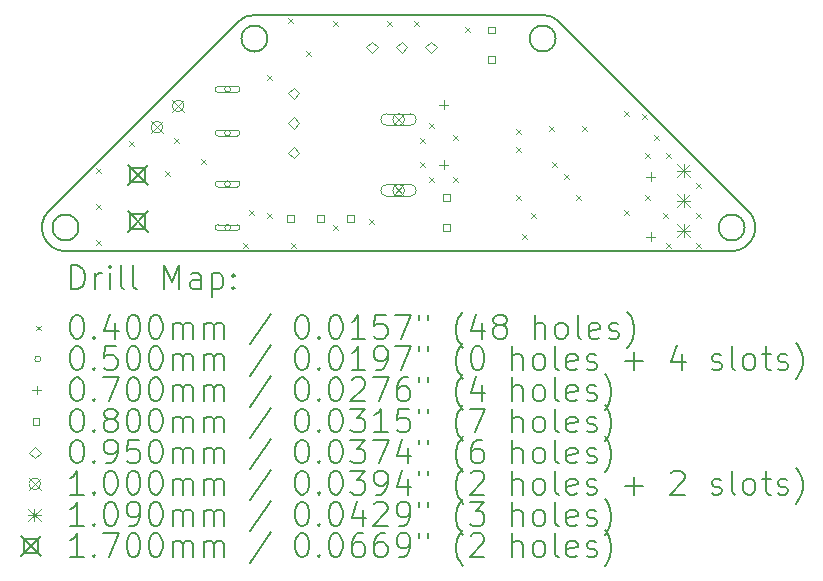
<source format=gbr>
%TF.GenerationSoftware,KiCad,Pcbnew,7.0.9*%
%TF.CreationDate,2024-06-22T15:00:02+09:00*%
%TF.ProjectId,PSU,5053552e-6b69-4636-9164-5f7063625858,rev?*%
%TF.SameCoordinates,Original*%
%TF.FileFunction,Drillmap*%
%TF.FilePolarity,Positive*%
%FSLAX45Y45*%
G04 Gerber Fmt 4.5, Leading zero omitted, Abs format (unit mm)*
G04 Created by KiCad (PCBNEW 7.0.9) date 2024-06-22 15:00:02*
%MOMM*%
%LPD*%
G01*
G04 APERTURE LIST*
%ADD10C,0.200000*%
%ADD11C,0.100000*%
%ADD12C,0.109000*%
%ADD13C,0.170000*%
G04 APERTURE END LIST*
D10*
X18170101Y-9677400D02*
G75*
G03*
X18170101Y-9677400I-110000J0D01*
G01*
X12278478Y-9535979D02*
G75*
G03*
X12419899Y-9877400I141422J-141421D01*
G01*
X18201523Y-9535979D02*
X16601522Y-7935978D01*
X16460101Y-7877400D02*
X14019899Y-7877400D01*
X18060101Y-9877401D02*
G75*
G03*
X18201523Y-9535979I-1J200001D01*
G01*
X16601522Y-7935979D02*
G75*
G03*
X16460101Y-7877400I-141422J-141421D01*
G01*
X14019899Y-7877399D02*
G75*
G03*
X13878478Y-7935978I1J-200001D01*
G01*
X13878478Y-7935978D02*
X12278477Y-9535979D01*
X16570101Y-8077400D02*
G75*
G03*
X16570101Y-8077400I-110000J0D01*
G01*
X12529899Y-9677400D02*
G75*
G03*
X12529899Y-9677400I-110000J0D01*
G01*
X12419899Y-9877400D02*
X18060101Y-9877400D01*
X14129899Y-8077400D02*
G75*
G03*
X14129899Y-8077400I-110000J0D01*
G01*
D11*
X12680000Y-9174800D02*
X12720000Y-9214800D01*
X12720000Y-9174800D02*
X12680000Y-9214800D01*
X12680000Y-9479600D02*
X12720000Y-9519600D01*
X12720000Y-9479600D02*
X12680000Y-9519600D01*
X12680000Y-9784400D02*
X12720000Y-9824400D01*
X12720000Y-9784400D02*
X12680000Y-9824400D01*
X12959400Y-8946200D02*
X12999400Y-8986200D01*
X12999400Y-8946200D02*
X12959400Y-8986200D01*
X13264200Y-9200200D02*
X13304200Y-9240200D01*
X13304200Y-9200200D02*
X13264200Y-9240200D01*
X13340400Y-8920800D02*
X13380400Y-8960800D01*
X13380400Y-8920800D02*
X13340400Y-8960800D01*
X13569000Y-9098600D02*
X13609000Y-9138600D01*
X13609000Y-9098600D02*
X13569000Y-9138600D01*
X13924600Y-9809800D02*
X13964600Y-9849800D01*
X13964600Y-9809800D02*
X13924600Y-9849800D01*
X13975400Y-9530400D02*
X14015400Y-9570400D01*
X14015400Y-9530400D02*
X13975400Y-9570400D01*
X14127800Y-8387400D02*
X14167800Y-8427400D01*
X14167800Y-8387400D02*
X14127800Y-8427400D01*
X14127800Y-9555800D02*
X14167800Y-9595800D01*
X14167800Y-9555800D02*
X14127800Y-9595800D01*
X14305600Y-7904800D02*
X14345600Y-7944800D01*
X14345600Y-7904800D02*
X14305600Y-7944800D01*
X14331000Y-9809800D02*
X14371000Y-9849800D01*
X14371000Y-9809800D02*
X14331000Y-9849800D01*
X14458000Y-8184200D02*
X14498000Y-8224200D01*
X14498000Y-8184200D02*
X14458000Y-8224200D01*
X14686600Y-7930200D02*
X14726600Y-7970200D01*
X14726600Y-7930200D02*
X14686600Y-7970200D01*
X14686600Y-9657400D02*
X14726600Y-9697400D01*
X14726600Y-9657400D02*
X14686600Y-9697400D01*
X14991400Y-9606600D02*
X15031400Y-9646600D01*
X15031400Y-9606600D02*
X14991400Y-9646600D01*
X15143800Y-7930200D02*
X15183800Y-7970200D01*
X15183800Y-7930200D02*
X15143800Y-7970200D01*
X15372400Y-7930200D02*
X15412400Y-7970200D01*
X15412400Y-7930200D02*
X15372400Y-7970200D01*
X15423200Y-8920800D02*
X15463200Y-8960800D01*
X15463200Y-8920800D02*
X15423200Y-8960800D01*
X15423200Y-9124000D02*
X15463200Y-9164000D01*
X15463200Y-9124000D02*
X15423200Y-9164000D01*
X15499400Y-8793800D02*
X15539400Y-8833800D01*
X15539400Y-8793800D02*
X15499400Y-8833800D01*
X15499400Y-9251000D02*
X15539400Y-9291000D01*
X15539400Y-9251000D02*
X15499400Y-9291000D01*
X15702600Y-8895400D02*
X15742600Y-8935400D01*
X15742600Y-8895400D02*
X15702600Y-8935400D01*
X15702600Y-9251000D02*
X15742600Y-9291000D01*
X15742600Y-9251000D02*
X15702600Y-9291000D01*
X15804200Y-7981000D02*
X15844200Y-8021000D01*
X15844200Y-7981000D02*
X15804200Y-8021000D01*
X16236000Y-8844600D02*
X16276000Y-8884600D01*
X16276000Y-8844600D02*
X16236000Y-8884600D01*
X16236000Y-8997000D02*
X16276000Y-9037000D01*
X16276000Y-8997000D02*
X16236000Y-9037000D01*
X16236000Y-9403400D02*
X16276000Y-9443400D01*
X16276000Y-9403400D02*
X16236000Y-9443400D01*
X16286800Y-9733600D02*
X16326800Y-9773600D01*
X16326800Y-9733600D02*
X16286800Y-9773600D01*
X16363000Y-9555800D02*
X16403000Y-9595800D01*
X16403000Y-9555800D02*
X16363000Y-9595800D01*
X16515400Y-8819200D02*
X16555400Y-8859200D01*
X16555400Y-8819200D02*
X16515400Y-8859200D01*
X16540800Y-9124000D02*
X16580800Y-9164000D01*
X16580800Y-9124000D02*
X16540800Y-9164000D01*
X16642400Y-9225600D02*
X16682400Y-9265600D01*
X16682400Y-9225600D02*
X16642400Y-9265600D01*
X16744000Y-9403400D02*
X16784000Y-9443400D01*
X16784000Y-9403400D02*
X16744000Y-9443400D01*
X16794800Y-8819200D02*
X16834800Y-8859200D01*
X16834800Y-8819200D02*
X16794800Y-8859200D01*
X17150400Y-8692200D02*
X17190400Y-8732200D01*
X17190400Y-8692200D02*
X17150400Y-8732200D01*
X17150400Y-9530400D02*
X17190400Y-9570400D01*
X17190400Y-9530400D02*
X17150400Y-9570400D01*
X17302800Y-8717600D02*
X17342800Y-8757600D01*
X17342800Y-8717600D02*
X17302800Y-8757600D01*
X17328200Y-9047800D02*
X17368200Y-9087800D01*
X17368200Y-9047800D02*
X17328200Y-9087800D01*
X17328200Y-9403400D02*
X17368200Y-9443400D01*
X17368200Y-9403400D02*
X17328200Y-9443400D01*
X17404400Y-8895400D02*
X17444400Y-8935400D01*
X17444400Y-8895400D02*
X17404400Y-8935400D01*
X17480600Y-9555800D02*
X17520600Y-9595800D01*
X17520600Y-9555800D02*
X17480600Y-9595800D01*
X17506000Y-9047800D02*
X17546000Y-9087800D01*
X17546000Y-9047800D02*
X17506000Y-9087800D01*
X17506000Y-9809800D02*
X17546000Y-9849800D01*
X17546000Y-9809800D02*
X17506000Y-9849800D01*
X17760000Y-9301800D02*
X17800000Y-9341800D01*
X17800000Y-9301800D02*
X17760000Y-9341800D01*
X17760000Y-9555800D02*
X17800000Y-9595800D01*
X17800000Y-9555800D02*
X17760000Y-9595800D01*
X17760000Y-9809800D02*
X17800000Y-9849800D01*
X17800000Y-9809800D02*
X17760000Y-9849800D01*
X13817200Y-8507400D02*
G75*
G03*
X13817200Y-8507400I-25000J0D01*
G01*
X13712200Y-8532400D02*
X13872200Y-8532400D01*
X13872200Y-8532400D02*
G75*
G03*
X13872200Y-8482400I0J25000D01*
G01*
X13872200Y-8482400D02*
X13712200Y-8482400D01*
X13712200Y-8482400D02*
G75*
G03*
X13712200Y-8532400I0J-25000D01*
G01*
X13817200Y-8877400D02*
G75*
G03*
X13817200Y-8877400I-25000J0D01*
G01*
X13712200Y-8902400D02*
X13872200Y-8902400D01*
X13872200Y-8902400D02*
G75*
G03*
X13872200Y-8852400I0J25000D01*
G01*
X13872200Y-8852400D02*
X13712200Y-8852400D01*
X13712200Y-8852400D02*
G75*
G03*
X13712200Y-8902400I0J-25000D01*
G01*
X13817200Y-9307400D02*
G75*
G03*
X13817200Y-9307400I-25000J0D01*
G01*
X13712200Y-9332400D02*
X13872200Y-9332400D01*
X13872200Y-9332400D02*
G75*
G03*
X13872200Y-9282400I0J25000D01*
G01*
X13872200Y-9282400D02*
X13712200Y-9282400D01*
X13712200Y-9282400D02*
G75*
G03*
X13712200Y-9332400I0J-25000D01*
G01*
X13817200Y-9677400D02*
G75*
G03*
X13817200Y-9677400I-25000J0D01*
G01*
X13712200Y-9702400D02*
X13872200Y-9702400D01*
X13872200Y-9702400D02*
G75*
G03*
X13872200Y-9652400I0J25000D01*
G01*
X13872200Y-9652400D02*
X13712200Y-9652400D01*
X13712200Y-9652400D02*
G75*
G03*
X13712200Y-9702400I0J-25000D01*
G01*
X15621000Y-8601000D02*
X15621000Y-8671000D01*
X15586000Y-8636000D02*
X15656000Y-8636000D01*
X15621000Y-9109000D02*
X15621000Y-9179000D01*
X15586000Y-9144000D02*
X15656000Y-9144000D01*
X17373600Y-9210600D02*
X17373600Y-9280600D01*
X17338600Y-9245600D02*
X17408600Y-9245600D01*
X17373600Y-9718600D02*
X17373600Y-9788600D01*
X17338600Y-9753600D02*
X17408600Y-9753600D01*
X14353884Y-9629485D02*
X14353884Y-9572916D01*
X14297315Y-9572916D01*
X14297315Y-9629485D01*
X14353884Y-9629485D01*
X14607884Y-9629485D02*
X14607884Y-9572916D01*
X14551315Y-9572916D01*
X14551315Y-9629485D01*
X14607884Y-9629485D01*
X14861884Y-9629485D02*
X14861884Y-9572916D01*
X14805315Y-9572916D01*
X14805315Y-9629485D01*
X14861884Y-9629485D01*
X15674684Y-9453685D02*
X15674684Y-9397116D01*
X15618115Y-9397116D01*
X15618115Y-9453685D01*
X15674684Y-9453685D01*
X15674684Y-9703685D02*
X15674684Y-9647116D01*
X15618115Y-9647116D01*
X15618115Y-9703685D01*
X15674684Y-9703685D01*
X16055684Y-8033284D02*
X16055684Y-7976715D01*
X15999115Y-7976715D01*
X15999115Y-8033284D01*
X16055684Y-8033284D01*
X16055684Y-8283284D02*
X16055684Y-8226715D01*
X15999115Y-8226715D01*
X15999115Y-8283284D01*
X16055684Y-8283284D01*
X14351000Y-8589900D02*
X14398500Y-8542400D01*
X14351000Y-8494900D01*
X14303500Y-8542400D01*
X14351000Y-8589900D01*
X14351000Y-8839900D02*
X14398500Y-8792400D01*
X14351000Y-8744900D01*
X14303500Y-8792400D01*
X14351000Y-8839900D01*
X14351000Y-9089900D02*
X14398500Y-9042400D01*
X14351000Y-8994900D01*
X14303500Y-9042400D01*
X14351000Y-9089900D01*
X15015400Y-8199200D02*
X15062900Y-8151700D01*
X15015400Y-8104200D01*
X14967900Y-8151700D01*
X15015400Y-8199200D01*
X15265400Y-8199200D02*
X15312900Y-8151700D01*
X15265400Y-8104200D01*
X15217900Y-8151700D01*
X15265400Y-8199200D01*
X15515400Y-8199200D02*
X15562900Y-8151700D01*
X15515400Y-8104200D01*
X15467900Y-8151700D01*
X15515400Y-8199200D01*
X13144044Y-8777756D02*
X13244044Y-8877756D01*
X13244044Y-8777756D02*
X13144044Y-8877756D01*
X13244044Y-8827756D02*
G75*
G03*
X13244044Y-8827756I-50000J0D01*
G01*
X13323649Y-8598151D02*
X13423649Y-8698151D01*
X13423649Y-8598151D02*
X13323649Y-8698151D01*
X13423649Y-8648151D02*
G75*
G03*
X13423649Y-8648151I-50000J0D01*
G01*
X15190000Y-8713000D02*
X15290000Y-8813000D01*
X15290000Y-8713000D02*
X15190000Y-8813000D01*
X15290000Y-8763000D02*
G75*
G03*
X15290000Y-8763000I-50000J0D01*
G01*
X15140000Y-8813000D02*
X15340000Y-8813000D01*
X15340000Y-8813000D02*
G75*
G03*
X15340000Y-8713000I0J50000D01*
G01*
X15340000Y-8713000D02*
X15140000Y-8713000D01*
X15140000Y-8713000D02*
G75*
G03*
X15140000Y-8813000I0J-50000D01*
G01*
X15190000Y-9313000D02*
X15290000Y-9413000D01*
X15290000Y-9313000D02*
X15190000Y-9413000D01*
X15290000Y-9363000D02*
G75*
G03*
X15290000Y-9363000I-50000J0D01*
G01*
X15140000Y-9413000D02*
X15340000Y-9413000D01*
X15340000Y-9413000D02*
G75*
G03*
X15340000Y-9313000I0J50000D01*
G01*
X15340000Y-9313000D02*
X15140000Y-9313000D01*
X15140000Y-9313000D02*
G75*
G03*
X15140000Y-9413000I0J-50000D01*
G01*
D12*
X17598500Y-9140300D02*
X17707500Y-9249300D01*
X17707500Y-9140300D02*
X17598500Y-9249300D01*
X17653000Y-9140300D02*
X17653000Y-9249300D01*
X17598500Y-9194800D02*
X17707500Y-9194800D01*
X17598500Y-9394300D02*
X17707500Y-9503300D01*
X17707500Y-9394300D02*
X17598500Y-9503300D01*
X17653000Y-9394300D02*
X17653000Y-9503300D01*
X17598500Y-9448800D02*
X17707500Y-9448800D01*
X17598500Y-9648300D02*
X17707500Y-9757300D01*
X17707500Y-9648300D02*
X17598500Y-9757300D01*
X17653000Y-9648300D02*
X17653000Y-9757300D01*
X17598500Y-9702800D02*
X17707500Y-9702800D01*
D13*
X12945200Y-9145600D02*
X13115200Y-9315600D01*
X13115200Y-9145600D02*
X12945200Y-9315600D01*
X13090305Y-9290705D02*
X13090305Y-9170495D01*
X12970095Y-9170495D01*
X12970095Y-9290705D01*
X13090305Y-9290705D01*
X12945200Y-9541600D02*
X13115200Y-9711600D01*
X13115200Y-9541600D02*
X12945200Y-9711600D01*
X13090305Y-9686705D02*
X13090305Y-9566495D01*
X12970095Y-9566495D01*
X12970095Y-9686705D01*
X13090305Y-9686705D01*
D10*
X12470677Y-10198884D02*
X12470677Y-9998884D01*
X12470677Y-9998884D02*
X12518296Y-9998884D01*
X12518296Y-9998884D02*
X12546867Y-10008408D01*
X12546867Y-10008408D02*
X12565915Y-10027455D01*
X12565915Y-10027455D02*
X12575439Y-10046503D01*
X12575439Y-10046503D02*
X12584962Y-10084598D01*
X12584962Y-10084598D02*
X12584962Y-10113170D01*
X12584962Y-10113170D02*
X12575439Y-10151265D01*
X12575439Y-10151265D02*
X12565915Y-10170312D01*
X12565915Y-10170312D02*
X12546867Y-10189360D01*
X12546867Y-10189360D02*
X12518296Y-10198884D01*
X12518296Y-10198884D02*
X12470677Y-10198884D01*
X12670677Y-10198884D02*
X12670677Y-10065550D01*
X12670677Y-10103646D02*
X12680201Y-10084598D01*
X12680201Y-10084598D02*
X12689724Y-10075074D01*
X12689724Y-10075074D02*
X12708772Y-10065550D01*
X12708772Y-10065550D02*
X12727820Y-10065550D01*
X12794486Y-10198884D02*
X12794486Y-10065550D01*
X12794486Y-9998884D02*
X12784962Y-10008408D01*
X12784962Y-10008408D02*
X12794486Y-10017931D01*
X12794486Y-10017931D02*
X12804010Y-10008408D01*
X12804010Y-10008408D02*
X12794486Y-9998884D01*
X12794486Y-9998884D02*
X12794486Y-10017931D01*
X12918296Y-10198884D02*
X12899248Y-10189360D01*
X12899248Y-10189360D02*
X12889724Y-10170312D01*
X12889724Y-10170312D02*
X12889724Y-9998884D01*
X13023058Y-10198884D02*
X13004010Y-10189360D01*
X13004010Y-10189360D02*
X12994486Y-10170312D01*
X12994486Y-10170312D02*
X12994486Y-9998884D01*
X13251629Y-10198884D02*
X13251629Y-9998884D01*
X13251629Y-9998884D02*
X13318296Y-10141741D01*
X13318296Y-10141741D02*
X13384962Y-9998884D01*
X13384962Y-9998884D02*
X13384962Y-10198884D01*
X13565915Y-10198884D02*
X13565915Y-10094122D01*
X13565915Y-10094122D02*
X13556391Y-10075074D01*
X13556391Y-10075074D02*
X13537343Y-10065550D01*
X13537343Y-10065550D02*
X13499248Y-10065550D01*
X13499248Y-10065550D02*
X13480201Y-10075074D01*
X13565915Y-10189360D02*
X13546867Y-10198884D01*
X13546867Y-10198884D02*
X13499248Y-10198884D01*
X13499248Y-10198884D02*
X13480201Y-10189360D01*
X13480201Y-10189360D02*
X13470677Y-10170312D01*
X13470677Y-10170312D02*
X13470677Y-10151265D01*
X13470677Y-10151265D02*
X13480201Y-10132217D01*
X13480201Y-10132217D02*
X13499248Y-10122693D01*
X13499248Y-10122693D02*
X13546867Y-10122693D01*
X13546867Y-10122693D02*
X13565915Y-10113170D01*
X13661153Y-10065550D02*
X13661153Y-10265550D01*
X13661153Y-10075074D02*
X13680201Y-10065550D01*
X13680201Y-10065550D02*
X13718296Y-10065550D01*
X13718296Y-10065550D02*
X13737343Y-10075074D01*
X13737343Y-10075074D02*
X13746867Y-10084598D01*
X13746867Y-10084598D02*
X13756391Y-10103646D01*
X13756391Y-10103646D02*
X13756391Y-10160789D01*
X13756391Y-10160789D02*
X13746867Y-10179836D01*
X13746867Y-10179836D02*
X13737343Y-10189360D01*
X13737343Y-10189360D02*
X13718296Y-10198884D01*
X13718296Y-10198884D02*
X13680201Y-10198884D01*
X13680201Y-10198884D02*
X13661153Y-10189360D01*
X13842105Y-10179836D02*
X13851629Y-10189360D01*
X13851629Y-10189360D02*
X13842105Y-10198884D01*
X13842105Y-10198884D02*
X13832582Y-10189360D01*
X13832582Y-10189360D02*
X13842105Y-10179836D01*
X13842105Y-10179836D02*
X13842105Y-10198884D01*
X13842105Y-10075074D02*
X13851629Y-10084598D01*
X13851629Y-10084598D02*
X13842105Y-10094122D01*
X13842105Y-10094122D02*
X13832582Y-10084598D01*
X13832582Y-10084598D02*
X13842105Y-10075074D01*
X13842105Y-10075074D02*
X13842105Y-10094122D01*
D11*
X12169900Y-10507400D02*
X12209900Y-10547400D01*
X12209900Y-10507400D02*
X12169900Y-10547400D01*
D10*
X12508772Y-10418884D02*
X12527820Y-10418884D01*
X12527820Y-10418884D02*
X12546867Y-10428408D01*
X12546867Y-10428408D02*
X12556391Y-10437931D01*
X12556391Y-10437931D02*
X12565915Y-10456979D01*
X12565915Y-10456979D02*
X12575439Y-10495074D01*
X12575439Y-10495074D02*
X12575439Y-10542693D01*
X12575439Y-10542693D02*
X12565915Y-10580789D01*
X12565915Y-10580789D02*
X12556391Y-10599836D01*
X12556391Y-10599836D02*
X12546867Y-10609360D01*
X12546867Y-10609360D02*
X12527820Y-10618884D01*
X12527820Y-10618884D02*
X12508772Y-10618884D01*
X12508772Y-10618884D02*
X12489724Y-10609360D01*
X12489724Y-10609360D02*
X12480201Y-10599836D01*
X12480201Y-10599836D02*
X12470677Y-10580789D01*
X12470677Y-10580789D02*
X12461153Y-10542693D01*
X12461153Y-10542693D02*
X12461153Y-10495074D01*
X12461153Y-10495074D02*
X12470677Y-10456979D01*
X12470677Y-10456979D02*
X12480201Y-10437931D01*
X12480201Y-10437931D02*
X12489724Y-10428408D01*
X12489724Y-10428408D02*
X12508772Y-10418884D01*
X12661153Y-10599836D02*
X12670677Y-10609360D01*
X12670677Y-10609360D02*
X12661153Y-10618884D01*
X12661153Y-10618884D02*
X12651629Y-10609360D01*
X12651629Y-10609360D02*
X12661153Y-10599836D01*
X12661153Y-10599836D02*
X12661153Y-10618884D01*
X12842105Y-10485550D02*
X12842105Y-10618884D01*
X12794486Y-10409360D02*
X12746867Y-10552217D01*
X12746867Y-10552217D02*
X12870677Y-10552217D01*
X12984962Y-10418884D02*
X13004010Y-10418884D01*
X13004010Y-10418884D02*
X13023058Y-10428408D01*
X13023058Y-10428408D02*
X13032582Y-10437931D01*
X13032582Y-10437931D02*
X13042105Y-10456979D01*
X13042105Y-10456979D02*
X13051629Y-10495074D01*
X13051629Y-10495074D02*
X13051629Y-10542693D01*
X13051629Y-10542693D02*
X13042105Y-10580789D01*
X13042105Y-10580789D02*
X13032582Y-10599836D01*
X13032582Y-10599836D02*
X13023058Y-10609360D01*
X13023058Y-10609360D02*
X13004010Y-10618884D01*
X13004010Y-10618884D02*
X12984962Y-10618884D01*
X12984962Y-10618884D02*
X12965915Y-10609360D01*
X12965915Y-10609360D02*
X12956391Y-10599836D01*
X12956391Y-10599836D02*
X12946867Y-10580789D01*
X12946867Y-10580789D02*
X12937343Y-10542693D01*
X12937343Y-10542693D02*
X12937343Y-10495074D01*
X12937343Y-10495074D02*
X12946867Y-10456979D01*
X12946867Y-10456979D02*
X12956391Y-10437931D01*
X12956391Y-10437931D02*
X12965915Y-10428408D01*
X12965915Y-10428408D02*
X12984962Y-10418884D01*
X13175439Y-10418884D02*
X13194486Y-10418884D01*
X13194486Y-10418884D02*
X13213534Y-10428408D01*
X13213534Y-10428408D02*
X13223058Y-10437931D01*
X13223058Y-10437931D02*
X13232582Y-10456979D01*
X13232582Y-10456979D02*
X13242105Y-10495074D01*
X13242105Y-10495074D02*
X13242105Y-10542693D01*
X13242105Y-10542693D02*
X13232582Y-10580789D01*
X13232582Y-10580789D02*
X13223058Y-10599836D01*
X13223058Y-10599836D02*
X13213534Y-10609360D01*
X13213534Y-10609360D02*
X13194486Y-10618884D01*
X13194486Y-10618884D02*
X13175439Y-10618884D01*
X13175439Y-10618884D02*
X13156391Y-10609360D01*
X13156391Y-10609360D02*
X13146867Y-10599836D01*
X13146867Y-10599836D02*
X13137343Y-10580789D01*
X13137343Y-10580789D02*
X13127820Y-10542693D01*
X13127820Y-10542693D02*
X13127820Y-10495074D01*
X13127820Y-10495074D02*
X13137343Y-10456979D01*
X13137343Y-10456979D02*
X13146867Y-10437931D01*
X13146867Y-10437931D02*
X13156391Y-10428408D01*
X13156391Y-10428408D02*
X13175439Y-10418884D01*
X13327820Y-10618884D02*
X13327820Y-10485550D01*
X13327820Y-10504598D02*
X13337343Y-10495074D01*
X13337343Y-10495074D02*
X13356391Y-10485550D01*
X13356391Y-10485550D02*
X13384963Y-10485550D01*
X13384963Y-10485550D02*
X13404010Y-10495074D01*
X13404010Y-10495074D02*
X13413534Y-10514122D01*
X13413534Y-10514122D02*
X13413534Y-10618884D01*
X13413534Y-10514122D02*
X13423058Y-10495074D01*
X13423058Y-10495074D02*
X13442105Y-10485550D01*
X13442105Y-10485550D02*
X13470677Y-10485550D01*
X13470677Y-10485550D02*
X13489724Y-10495074D01*
X13489724Y-10495074D02*
X13499248Y-10514122D01*
X13499248Y-10514122D02*
X13499248Y-10618884D01*
X13594486Y-10618884D02*
X13594486Y-10485550D01*
X13594486Y-10504598D02*
X13604010Y-10495074D01*
X13604010Y-10495074D02*
X13623058Y-10485550D01*
X13623058Y-10485550D02*
X13651629Y-10485550D01*
X13651629Y-10485550D02*
X13670677Y-10495074D01*
X13670677Y-10495074D02*
X13680201Y-10514122D01*
X13680201Y-10514122D02*
X13680201Y-10618884D01*
X13680201Y-10514122D02*
X13689724Y-10495074D01*
X13689724Y-10495074D02*
X13708772Y-10485550D01*
X13708772Y-10485550D02*
X13737343Y-10485550D01*
X13737343Y-10485550D02*
X13756391Y-10495074D01*
X13756391Y-10495074D02*
X13765915Y-10514122D01*
X13765915Y-10514122D02*
X13765915Y-10618884D01*
X14156391Y-10409360D02*
X13984963Y-10666503D01*
X14413534Y-10418884D02*
X14432582Y-10418884D01*
X14432582Y-10418884D02*
X14451629Y-10428408D01*
X14451629Y-10428408D02*
X14461153Y-10437931D01*
X14461153Y-10437931D02*
X14470677Y-10456979D01*
X14470677Y-10456979D02*
X14480201Y-10495074D01*
X14480201Y-10495074D02*
X14480201Y-10542693D01*
X14480201Y-10542693D02*
X14470677Y-10580789D01*
X14470677Y-10580789D02*
X14461153Y-10599836D01*
X14461153Y-10599836D02*
X14451629Y-10609360D01*
X14451629Y-10609360D02*
X14432582Y-10618884D01*
X14432582Y-10618884D02*
X14413534Y-10618884D01*
X14413534Y-10618884D02*
X14394486Y-10609360D01*
X14394486Y-10609360D02*
X14384963Y-10599836D01*
X14384963Y-10599836D02*
X14375439Y-10580789D01*
X14375439Y-10580789D02*
X14365915Y-10542693D01*
X14365915Y-10542693D02*
X14365915Y-10495074D01*
X14365915Y-10495074D02*
X14375439Y-10456979D01*
X14375439Y-10456979D02*
X14384963Y-10437931D01*
X14384963Y-10437931D02*
X14394486Y-10428408D01*
X14394486Y-10428408D02*
X14413534Y-10418884D01*
X14565915Y-10599836D02*
X14575439Y-10609360D01*
X14575439Y-10609360D02*
X14565915Y-10618884D01*
X14565915Y-10618884D02*
X14556391Y-10609360D01*
X14556391Y-10609360D02*
X14565915Y-10599836D01*
X14565915Y-10599836D02*
X14565915Y-10618884D01*
X14699248Y-10418884D02*
X14718296Y-10418884D01*
X14718296Y-10418884D02*
X14737344Y-10428408D01*
X14737344Y-10428408D02*
X14746867Y-10437931D01*
X14746867Y-10437931D02*
X14756391Y-10456979D01*
X14756391Y-10456979D02*
X14765915Y-10495074D01*
X14765915Y-10495074D02*
X14765915Y-10542693D01*
X14765915Y-10542693D02*
X14756391Y-10580789D01*
X14756391Y-10580789D02*
X14746867Y-10599836D01*
X14746867Y-10599836D02*
X14737344Y-10609360D01*
X14737344Y-10609360D02*
X14718296Y-10618884D01*
X14718296Y-10618884D02*
X14699248Y-10618884D01*
X14699248Y-10618884D02*
X14680201Y-10609360D01*
X14680201Y-10609360D02*
X14670677Y-10599836D01*
X14670677Y-10599836D02*
X14661153Y-10580789D01*
X14661153Y-10580789D02*
X14651629Y-10542693D01*
X14651629Y-10542693D02*
X14651629Y-10495074D01*
X14651629Y-10495074D02*
X14661153Y-10456979D01*
X14661153Y-10456979D02*
X14670677Y-10437931D01*
X14670677Y-10437931D02*
X14680201Y-10428408D01*
X14680201Y-10428408D02*
X14699248Y-10418884D01*
X14956391Y-10618884D02*
X14842106Y-10618884D01*
X14899248Y-10618884D02*
X14899248Y-10418884D01*
X14899248Y-10418884D02*
X14880201Y-10447455D01*
X14880201Y-10447455D02*
X14861153Y-10466503D01*
X14861153Y-10466503D02*
X14842106Y-10476027D01*
X15137344Y-10418884D02*
X15042106Y-10418884D01*
X15042106Y-10418884D02*
X15032582Y-10514122D01*
X15032582Y-10514122D02*
X15042106Y-10504598D01*
X15042106Y-10504598D02*
X15061153Y-10495074D01*
X15061153Y-10495074D02*
X15108772Y-10495074D01*
X15108772Y-10495074D02*
X15127820Y-10504598D01*
X15127820Y-10504598D02*
X15137344Y-10514122D01*
X15137344Y-10514122D02*
X15146867Y-10533170D01*
X15146867Y-10533170D02*
X15146867Y-10580789D01*
X15146867Y-10580789D02*
X15137344Y-10599836D01*
X15137344Y-10599836D02*
X15127820Y-10609360D01*
X15127820Y-10609360D02*
X15108772Y-10618884D01*
X15108772Y-10618884D02*
X15061153Y-10618884D01*
X15061153Y-10618884D02*
X15042106Y-10609360D01*
X15042106Y-10609360D02*
X15032582Y-10599836D01*
X15213534Y-10418884D02*
X15346867Y-10418884D01*
X15346867Y-10418884D02*
X15261153Y-10618884D01*
X15413534Y-10418884D02*
X15413534Y-10456979D01*
X15489725Y-10418884D02*
X15489725Y-10456979D01*
X15784963Y-10695074D02*
X15775439Y-10685550D01*
X15775439Y-10685550D02*
X15756391Y-10656979D01*
X15756391Y-10656979D02*
X15746868Y-10637931D01*
X15746868Y-10637931D02*
X15737344Y-10609360D01*
X15737344Y-10609360D02*
X15727820Y-10561741D01*
X15727820Y-10561741D02*
X15727820Y-10523646D01*
X15727820Y-10523646D02*
X15737344Y-10476027D01*
X15737344Y-10476027D02*
X15746868Y-10447455D01*
X15746868Y-10447455D02*
X15756391Y-10428408D01*
X15756391Y-10428408D02*
X15775439Y-10399836D01*
X15775439Y-10399836D02*
X15784963Y-10390312D01*
X15946868Y-10485550D02*
X15946868Y-10618884D01*
X15899248Y-10409360D02*
X15851629Y-10552217D01*
X15851629Y-10552217D02*
X15975439Y-10552217D01*
X16080201Y-10504598D02*
X16061153Y-10495074D01*
X16061153Y-10495074D02*
X16051629Y-10485550D01*
X16051629Y-10485550D02*
X16042106Y-10466503D01*
X16042106Y-10466503D02*
X16042106Y-10456979D01*
X16042106Y-10456979D02*
X16051629Y-10437931D01*
X16051629Y-10437931D02*
X16061153Y-10428408D01*
X16061153Y-10428408D02*
X16080201Y-10418884D01*
X16080201Y-10418884D02*
X16118296Y-10418884D01*
X16118296Y-10418884D02*
X16137344Y-10428408D01*
X16137344Y-10428408D02*
X16146868Y-10437931D01*
X16146868Y-10437931D02*
X16156391Y-10456979D01*
X16156391Y-10456979D02*
X16156391Y-10466503D01*
X16156391Y-10466503D02*
X16146868Y-10485550D01*
X16146868Y-10485550D02*
X16137344Y-10495074D01*
X16137344Y-10495074D02*
X16118296Y-10504598D01*
X16118296Y-10504598D02*
X16080201Y-10504598D01*
X16080201Y-10504598D02*
X16061153Y-10514122D01*
X16061153Y-10514122D02*
X16051629Y-10523646D01*
X16051629Y-10523646D02*
X16042106Y-10542693D01*
X16042106Y-10542693D02*
X16042106Y-10580789D01*
X16042106Y-10580789D02*
X16051629Y-10599836D01*
X16051629Y-10599836D02*
X16061153Y-10609360D01*
X16061153Y-10609360D02*
X16080201Y-10618884D01*
X16080201Y-10618884D02*
X16118296Y-10618884D01*
X16118296Y-10618884D02*
X16137344Y-10609360D01*
X16137344Y-10609360D02*
X16146868Y-10599836D01*
X16146868Y-10599836D02*
X16156391Y-10580789D01*
X16156391Y-10580789D02*
X16156391Y-10542693D01*
X16156391Y-10542693D02*
X16146868Y-10523646D01*
X16146868Y-10523646D02*
X16137344Y-10514122D01*
X16137344Y-10514122D02*
X16118296Y-10504598D01*
X16394487Y-10618884D02*
X16394487Y-10418884D01*
X16480201Y-10618884D02*
X16480201Y-10514122D01*
X16480201Y-10514122D02*
X16470677Y-10495074D01*
X16470677Y-10495074D02*
X16451630Y-10485550D01*
X16451630Y-10485550D02*
X16423058Y-10485550D01*
X16423058Y-10485550D02*
X16404010Y-10495074D01*
X16404010Y-10495074D02*
X16394487Y-10504598D01*
X16604010Y-10618884D02*
X16584963Y-10609360D01*
X16584963Y-10609360D02*
X16575439Y-10599836D01*
X16575439Y-10599836D02*
X16565915Y-10580789D01*
X16565915Y-10580789D02*
X16565915Y-10523646D01*
X16565915Y-10523646D02*
X16575439Y-10504598D01*
X16575439Y-10504598D02*
X16584963Y-10495074D01*
X16584963Y-10495074D02*
X16604010Y-10485550D01*
X16604010Y-10485550D02*
X16632582Y-10485550D01*
X16632582Y-10485550D02*
X16651630Y-10495074D01*
X16651630Y-10495074D02*
X16661153Y-10504598D01*
X16661153Y-10504598D02*
X16670677Y-10523646D01*
X16670677Y-10523646D02*
X16670677Y-10580789D01*
X16670677Y-10580789D02*
X16661153Y-10599836D01*
X16661153Y-10599836D02*
X16651630Y-10609360D01*
X16651630Y-10609360D02*
X16632582Y-10618884D01*
X16632582Y-10618884D02*
X16604010Y-10618884D01*
X16784963Y-10618884D02*
X16765915Y-10609360D01*
X16765915Y-10609360D02*
X16756391Y-10590312D01*
X16756391Y-10590312D02*
X16756391Y-10418884D01*
X16937344Y-10609360D02*
X16918296Y-10618884D01*
X16918296Y-10618884D02*
X16880201Y-10618884D01*
X16880201Y-10618884D02*
X16861153Y-10609360D01*
X16861153Y-10609360D02*
X16851630Y-10590312D01*
X16851630Y-10590312D02*
X16851630Y-10514122D01*
X16851630Y-10514122D02*
X16861153Y-10495074D01*
X16861153Y-10495074D02*
X16880201Y-10485550D01*
X16880201Y-10485550D02*
X16918296Y-10485550D01*
X16918296Y-10485550D02*
X16937344Y-10495074D01*
X16937344Y-10495074D02*
X16946868Y-10514122D01*
X16946868Y-10514122D02*
X16946868Y-10533170D01*
X16946868Y-10533170D02*
X16851630Y-10552217D01*
X17023058Y-10609360D02*
X17042106Y-10618884D01*
X17042106Y-10618884D02*
X17080201Y-10618884D01*
X17080201Y-10618884D02*
X17099249Y-10609360D01*
X17099249Y-10609360D02*
X17108773Y-10590312D01*
X17108773Y-10590312D02*
X17108773Y-10580789D01*
X17108773Y-10580789D02*
X17099249Y-10561741D01*
X17099249Y-10561741D02*
X17080201Y-10552217D01*
X17080201Y-10552217D02*
X17051630Y-10552217D01*
X17051630Y-10552217D02*
X17032582Y-10542693D01*
X17032582Y-10542693D02*
X17023058Y-10523646D01*
X17023058Y-10523646D02*
X17023058Y-10514122D01*
X17023058Y-10514122D02*
X17032582Y-10495074D01*
X17032582Y-10495074D02*
X17051630Y-10485550D01*
X17051630Y-10485550D02*
X17080201Y-10485550D01*
X17080201Y-10485550D02*
X17099249Y-10495074D01*
X17175439Y-10695074D02*
X17184963Y-10685550D01*
X17184963Y-10685550D02*
X17204011Y-10656979D01*
X17204011Y-10656979D02*
X17213534Y-10637931D01*
X17213534Y-10637931D02*
X17223058Y-10609360D01*
X17223058Y-10609360D02*
X17232582Y-10561741D01*
X17232582Y-10561741D02*
X17232582Y-10523646D01*
X17232582Y-10523646D02*
X17223058Y-10476027D01*
X17223058Y-10476027D02*
X17213534Y-10447455D01*
X17213534Y-10447455D02*
X17204011Y-10428408D01*
X17204011Y-10428408D02*
X17184963Y-10399836D01*
X17184963Y-10399836D02*
X17175439Y-10390312D01*
D11*
X12209900Y-10791400D02*
G75*
G03*
X12209900Y-10791400I-25000J0D01*
G01*
D10*
X12508772Y-10682884D02*
X12527820Y-10682884D01*
X12527820Y-10682884D02*
X12546867Y-10692408D01*
X12546867Y-10692408D02*
X12556391Y-10701931D01*
X12556391Y-10701931D02*
X12565915Y-10720979D01*
X12565915Y-10720979D02*
X12575439Y-10759074D01*
X12575439Y-10759074D02*
X12575439Y-10806693D01*
X12575439Y-10806693D02*
X12565915Y-10844789D01*
X12565915Y-10844789D02*
X12556391Y-10863836D01*
X12556391Y-10863836D02*
X12546867Y-10873360D01*
X12546867Y-10873360D02*
X12527820Y-10882884D01*
X12527820Y-10882884D02*
X12508772Y-10882884D01*
X12508772Y-10882884D02*
X12489724Y-10873360D01*
X12489724Y-10873360D02*
X12480201Y-10863836D01*
X12480201Y-10863836D02*
X12470677Y-10844789D01*
X12470677Y-10844789D02*
X12461153Y-10806693D01*
X12461153Y-10806693D02*
X12461153Y-10759074D01*
X12461153Y-10759074D02*
X12470677Y-10720979D01*
X12470677Y-10720979D02*
X12480201Y-10701931D01*
X12480201Y-10701931D02*
X12489724Y-10692408D01*
X12489724Y-10692408D02*
X12508772Y-10682884D01*
X12661153Y-10863836D02*
X12670677Y-10873360D01*
X12670677Y-10873360D02*
X12661153Y-10882884D01*
X12661153Y-10882884D02*
X12651629Y-10873360D01*
X12651629Y-10873360D02*
X12661153Y-10863836D01*
X12661153Y-10863836D02*
X12661153Y-10882884D01*
X12851629Y-10682884D02*
X12756391Y-10682884D01*
X12756391Y-10682884D02*
X12746867Y-10778122D01*
X12746867Y-10778122D02*
X12756391Y-10768598D01*
X12756391Y-10768598D02*
X12775439Y-10759074D01*
X12775439Y-10759074D02*
X12823058Y-10759074D01*
X12823058Y-10759074D02*
X12842105Y-10768598D01*
X12842105Y-10768598D02*
X12851629Y-10778122D01*
X12851629Y-10778122D02*
X12861153Y-10797170D01*
X12861153Y-10797170D02*
X12861153Y-10844789D01*
X12861153Y-10844789D02*
X12851629Y-10863836D01*
X12851629Y-10863836D02*
X12842105Y-10873360D01*
X12842105Y-10873360D02*
X12823058Y-10882884D01*
X12823058Y-10882884D02*
X12775439Y-10882884D01*
X12775439Y-10882884D02*
X12756391Y-10873360D01*
X12756391Y-10873360D02*
X12746867Y-10863836D01*
X12984962Y-10682884D02*
X13004010Y-10682884D01*
X13004010Y-10682884D02*
X13023058Y-10692408D01*
X13023058Y-10692408D02*
X13032582Y-10701931D01*
X13032582Y-10701931D02*
X13042105Y-10720979D01*
X13042105Y-10720979D02*
X13051629Y-10759074D01*
X13051629Y-10759074D02*
X13051629Y-10806693D01*
X13051629Y-10806693D02*
X13042105Y-10844789D01*
X13042105Y-10844789D02*
X13032582Y-10863836D01*
X13032582Y-10863836D02*
X13023058Y-10873360D01*
X13023058Y-10873360D02*
X13004010Y-10882884D01*
X13004010Y-10882884D02*
X12984962Y-10882884D01*
X12984962Y-10882884D02*
X12965915Y-10873360D01*
X12965915Y-10873360D02*
X12956391Y-10863836D01*
X12956391Y-10863836D02*
X12946867Y-10844789D01*
X12946867Y-10844789D02*
X12937343Y-10806693D01*
X12937343Y-10806693D02*
X12937343Y-10759074D01*
X12937343Y-10759074D02*
X12946867Y-10720979D01*
X12946867Y-10720979D02*
X12956391Y-10701931D01*
X12956391Y-10701931D02*
X12965915Y-10692408D01*
X12965915Y-10692408D02*
X12984962Y-10682884D01*
X13175439Y-10682884D02*
X13194486Y-10682884D01*
X13194486Y-10682884D02*
X13213534Y-10692408D01*
X13213534Y-10692408D02*
X13223058Y-10701931D01*
X13223058Y-10701931D02*
X13232582Y-10720979D01*
X13232582Y-10720979D02*
X13242105Y-10759074D01*
X13242105Y-10759074D02*
X13242105Y-10806693D01*
X13242105Y-10806693D02*
X13232582Y-10844789D01*
X13232582Y-10844789D02*
X13223058Y-10863836D01*
X13223058Y-10863836D02*
X13213534Y-10873360D01*
X13213534Y-10873360D02*
X13194486Y-10882884D01*
X13194486Y-10882884D02*
X13175439Y-10882884D01*
X13175439Y-10882884D02*
X13156391Y-10873360D01*
X13156391Y-10873360D02*
X13146867Y-10863836D01*
X13146867Y-10863836D02*
X13137343Y-10844789D01*
X13137343Y-10844789D02*
X13127820Y-10806693D01*
X13127820Y-10806693D02*
X13127820Y-10759074D01*
X13127820Y-10759074D02*
X13137343Y-10720979D01*
X13137343Y-10720979D02*
X13146867Y-10701931D01*
X13146867Y-10701931D02*
X13156391Y-10692408D01*
X13156391Y-10692408D02*
X13175439Y-10682884D01*
X13327820Y-10882884D02*
X13327820Y-10749550D01*
X13327820Y-10768598D02*
X13337343Y-10759074D01*
X13337343Y-10759074D02*
X13356391Y-10749550D01*
X13356391Y-10749550D02*
X13384963Y-10749550D01*
X13384963Y-10749550D02*
X13404010Y-10759074D01*
X13404010Y-10759074D02*
X13413534Y-10778122D01*
X13413534Y-10778122D02*
X13413534Y-10882884D01*
X13413534Y-10778122D02*
X13423058Y-10759074D01*
X13423058Y-10759074D02*
X13442105Y-10749550D01*
X13442105Y-10749550D02*
X13470677Y-10749550D01*
X13470677Y-10749550D02*
X13489724Y-10759074D01*
X13489724Y-10759074D02*
X13499248Y-10778122D01*
X13499248Y-10778122D02*
X13499248Y-10882884D01*
X13594486Y-10882884D02*
X13594486Y-10749550D01*
X13594486Y-10768598D02*
X13604010Y-10759074D01*
X13604010Y-10759074D02*
X13623058Y-10749550D01*
X13623058Y-10749550D02*
X13651629Y-10749550D01*
X13651629Y-10749550D02*
X13670677Y-10759074D01*
X13670677Y-10759074D02*
X13680201Y-10778122D01*
X13680201Y-10778122D02*
X13680201Y-10882884D01*
X13680201Y-10778122D02*
X13689724Y-10759074D01*
X13689724Y-10759074D02*
X13708772Y-10749550D01*
X13708772Y-10749550D02*
X13737343Y-10749550D01*
X13737343Y-10749550D02*
X13756391Y-10759074D01*
X13756391Y-10759074D02*
X13765915Y-10778122D01*
X13765915Y-10778122D02*
X13765915Y-10882884D01*
X14156391Y-10673360D02*
X13984963Y-10930503D01*
X14413534Y-10682884D02*
X14432582Y-10682884D01*
X14432582Y-10682884D02*
X14451629Y-10692408D01*
X14451629Y-10692408D02*
X14461153Y-10701931D01*
X14461153Y-10701931D02*
X14470677Y-10720979D01*
X14470677Y-10720979D02*
X14480201Y-10759074D01*
X14480201Y-10759074D02*
X14480201Y-10806693D01*
X14480201Y-10806693D02*
X14470677Y-10844789D01*
X14470677Y-10844789D02*
X14461153Y-10863836D01*
X14461153Y-10863836D02*
X14451629Y-10873360D01*
X14451629Y-10873360D02*
X14432582Y-10882884D01*
X14432582Y-10882884D02*
X14413534Y-10882884D01*
X14413534Y-10882884D02*
X14394486Y-10873360D01*
X14394486Y-10873360D02*
X14384963Y-10863836D01*
X14384963Y-10863836D02*
X14375439Y-10844789D01*
X14375439Y-10844789D02*
X14365915Y-10806693D01*
X14365915Y-10806693D02*
X14365915Y-10759074D01*
X14365915Y-10759074D02*
X14375439Y-10720979D01*
X14375439Y-10720979D02*
X14384963Y-10701931D01*
X14384963Y-10701931D02*
X14394486Y-10692408D01*
X14394486Y-10692408D02*
X14413534Y-10682884D01*
X14565915Y-10863836D02*
X14575439Y-10873360D01*
X14575439Y-10873360D02*
X14565915Y-10882884D01*
X14565915Y-10882884D02*
X14556391Y-10873360D01*
X14556391Y-10873360D02*
X14565915Y-10863836D01*
X14565915Y-10863836D02*
X14565915Y-10882884D01*
X14699248Y-10682884D02*
X14718296Y-10682884D01*
X14718296Y-10682884D02*
X14737344Y-10692408D01*
X14737344Y-10692408D02*
X14746867Y-10701931D01*
X14746867Y-10701931D02*
X14756391Y-10720979D01*
X14756391Y-10720979D02*
X14765915Y-10759074D01*
X14765915Y-10759074D02*
X14765915Y-10806693D01*
X14765915Y-10806693D02*
X14756391Y-10844789D01*
X14756391Y-10844789D02*
X14746867Y-10863836D01*
X14746867Y-10863836D02*
X14737344Y-10873360D01*
X14737344Y-10873360D02*
X14718296Y-10882884D01*
X14718296Y-10882884D02*
X14699248Y-10882884D01*
X14699248Y-10882884D02*
X14680201Y-10873360D01*
X14680201Y-10873360D02*
X14670677Y-10863836D01*
X14670677Y-10863836D02*
X14661153Y-10844789D01*
X14661153Y-10844789D02*
X14651629Y-10806693D01*
X14651629Y-10806693D02*
X14651629Y-10759074D01*
X14651629Y-10759074D02*
X14661153Y-10720979D01*
X14661153Y-10720979D02*
X14670677Y-10701931D01*
X14670677Y-10701931D02*
X14680201Y-10692408D01*
X14680201Y-10692408D02*
X14699248Y-10682884D01*
X14956391Y-10882884D02*
X14842106Y-10882884D01*
X14899248Y-10882884D02*
X14899248Y-10682884D01*
X14899248Y-10682884D02*
X14880201Y-10711455D01*
X14880201Y-10711455D02*
X14861153Y-10730503D01*
X14861153Y-10730503D02*
X14842106Y-10740027D01*
X15051629Y-10882884D02*
X15089725Y-10882884D01*
X15089725Y-10882884D02*
X15108772Y-10873360D01*
X15108772Y-10873360D02*
X15118296Y-10863836D01*
X15118296Y-10863836D02*
X15137344Y-10835265D01*
X15137344Y-10835265D02*
X15146867Y-10797170D01*
X15146867Y-10797170D02*
X15146867Y-10720979D01*
X15146867Y-10720979D02*
X15137344Y-10701931D01*
X15137344Y-10701931D02*
X15127820Y-10692408D01*
X15127820Y-10692408D02*
X15108772Y-10682884D01*
X15108772Y-10682884D02*
X15070677Y-10682884D01*
X15070677Y-10682884D02*
X15051629Y-10692408D01*
X15051629Y-10692408D02*
X15042106Y-10701931D01*
X15042106Y-10701931D02*
X15032582Y-10720979D01*
X15032582Y-10720979D02*
X15032582Y-10768598D01*
X15032582Y-10768598D02*
X15042106Y-10787646D01*
X15042106Y-10787646D02*
X15051629Y-10797170D01*
X15051629Y-10797170D02*
X15070677Y-10806693D01*
X15070677Y-10806693D02*
X15108772Y-10806693D01*
X15108772Y-10806693D02*
X15127820Y-10797170D01*
X15127820Y-10797170D02*
X15137344Y-10787646D01*
X15137344Y-10787646D02*
X15146867Y-10768598D01*
X15213534Y-10682884D02*
X15346867Y-10682884D01*
X15346867Y-10682884D02*
X15261153Y-10882884D01*
X15413534Y-10682884D02*
X15413534Y-10720979D01*
X15489725Y-10682884D02*
X15489725Y-10720979D01*
X15784963Y-10959074D02*
X15775439Y-10949550D01*
X15775439Y-10949550D02*
X15756391Y-10920979D01*
X15756391Y-10920979D02*
X15746868Y-10901931D01*
X15746868Y-10901931D02*
X15737344Y-10873360D01*
X15737344Y-10873360D02*
X15727820Y-10825741D01*
X15727820Y-10825741D02*
X15727820Y-10787646D01*
X15727820Y-10787646D02*
X15737344Y-10740027D01*
X15737344Y-10740027D02*
X15746868Y-10711455D01*
X15746868Y-10711455D02*
X15756391Y-10692408D01*
X15756391Y-10692408D02*
X15775439Y-10663836D01*
X15775439Y-10663836D02*
X15784963Y-10654312D01*
X15899248Y-10682884D02*
X15918296Y-10682884D01*
X15918296Y-10682884D02*
X15937344Y-10692408D01*
X15937344Y-10692408D02*
X15946868Y-10701931D01*
X15946868Y-10701931D02*
X15956391Y-10720979D01*
X15956391Y-10720979D02*
X15965915Y-10759074D01*
X15965915Y-10759074D02*
X15965915Y-10806693D01*
X15965915Y-10806693D02*
X15956391Y-10844789D01*
X15956391Y-10844789D02*
X15946868Y-10863836D01*
X15946868Y-10863836D02*
X15937344Y-10873360D01*
X15937344Y-10873360D02*
X15918296Y-10882884D01*
X15918296Y-10882884D02*
X15899248Y-10882884D01*
X15899248Y-10882884D02*
X15880201Y-10873360D01*
X15880201Y-10873360D02*
X15870677Y-10863836D01*
X15870677Y-10863836D02*
X15861153Y-10844789D01*
X15861153Y-10844789D02*
X15851629Y-10806693D01*
X15851629Y-10806693D02*
X15851629Y-10759074D01*
X15851629Y-10759074D02*
X15861153Y-10720979D01*
X15861153Y-10720979D02*
X15870677Y-10701931D01*
X15870677Y-10701931D02*
X15880201Y-10692408D01*
X15880201Y-10692408D02*
X15899248Y-10682884D01*
X16204010Y-10882884D02*
X16204010Y-10682884D01*
X16289725Y-10882884D02*
X16289725Y-10778122D01*
X16289725Y-10778122D02*
X16280201Y-10759074D01*
X16280201Y-10759074D02*
X16261153Y-10749550D01*
X16261153Y-10749550D02*
X16232582Y-10749550D01*
X16232582Y-10749550D02*
X16213534Y-10759074D01*
X16213534Y-10759074D02*
X16204010Y-10768598D01*
X16413534Y-10882884D02*
X16394487Y-10873360D01*
X16394487Y-10873360D02*
X16384963Y-10863836D01*
X16384963Y-10863836D02*
X16375439Y-10844789D01*
X16375439Y-10844789D02*
X16375439Y-10787646D01*
X16375439Y-10787646D02*
X16384963Y-10768598D01*
X16384963Y-10768598D02*
X16394487Y-10759074D01*
X16394487Y-10759074D02*
X16413534Y-10749550D01*
X16413534Y-10749550D02*
X16442106Y-10749550D01*
X16442106Y-10749550D02*
X16461153Y-10759074D01*
X16461153Y-10759074D02*
X16470677Y-10768598D01*
X16470677Y-10768598D02*
X16480201Y-10787646D01*
X16480201Y-10787646D02*
X16480201Y-10844789D01*
X16480201Y-10844789D02*
X16470677Y-10863836D01*
X16470677Y-10863836D02*
X16461153Y-10873360D01*
X16461153Y-10873360D02*
X16442106Y-10882884D01*
X16442106Y-10882884D02*
X16413534Y-10882884D01*
X16594487Y-10882884D02*
X16575439Y-10873360D01*
X16575439Y-10873360D02*
X16565915Y-10854312D01*
X16565915Y-10854312D02*
X16565915Y-10682884D01*
X16746868Y-10873360D02*
X16727820Y-10882884D01*
X16727820Y-10882884D02*
X16689725Y-10882884D01*
X16689725Y-10882884D02*
X16670677Y-10873360D01*
X16670677Y-10873360D02*
X16661153Y-10854312D01*
X16661153Y-10854312D02*
X16661153Y-10778122D01*
X16661153Y-10778122D02*
X16670677Y-10759074D01*
X16670677Y-10759074D02*
X16689725Y-10749550D01*
X16689725Y-10749550D02*
X16727820Y-10749550D01*
X16727820Y-10749550D02*
X16746868Y-10759074D01*
X16746868Y-10759074D02*
X16756391Y-10778122D01*
X16756391Y-10778122D02*
X16756391Y-10797170D01*
X16756391Y-10797170D02*
X16661153Y-10816217D01*
X16832582Y-10873360D02*
X16851630Y-10882884D01*
X16851630Y-10882884D02*
X16889725Y-10882884D01*
X16889725Y-10882884D02*
X16908773Y-10873360D01*
X16908773Y-10873360D02*
X16918296Y-10854312D01*
X16918296Y-10854312D02*
X16918296Y-10844789D01*
X16918296Y-10844789D02*
X16908773Y-10825741D01*
X16908773Y-10825741D02*
X16889725Y-10816217D01*
X16889725Y-10816217D02*
X16861153Y-10816217D01*
X16861153Y-10816217D02*
X16842106Y-10806693D01*
X16842106Y-10806693D02*
X16832582Y-10787646D01*
X16832582Y-10787646D02*
X16832582Y-10778122D01*
X16832582Y-10778122D02*
X16842106Y-10759074D01*
X16842106Y-10759074D02*
X16861153Y-10749550D01*
X16861153Y-10749550D02*
X16889725Y-10749550D01*
X16889725Y-10749550D02*
X16908773Y-10759074D01*
X17156392Y-10806693D02*
X17308773Y-10806693D01*
X17232582Y-10882884D02*
X17232582Y-10730503D01*
X17642106Y-10749550D02*
X17642106Y-10882884D01*
X17594487Y-10673360D02*
X17546868Y-10816217D01*
X17546868Y-10816217D02*
X17670677Y-10816217D01*
X17889725Y-10873360D02*
X17908773Y-10882884D01*
X17908773Y-10882884D02*
X17946868Y-10882884D01*
X17946868Y-10882884D02*
X17965916Y-10873360D01*
X17965916Y-10873360D02*
X17975439Y-10854312D01*
X17975439Y-10854312D02*
X17975439Y-10844789D01*
X17975439Y-10844789D02*
X17965916Y-10825741D01*
X17965916Y-10825741D02*
X17946868Y-10816217D01*
X17946868Y-10816217D02*
X17918296Y-10816217D01*
X17918296Y-10816217D02*
X17899249Y-10806693D01*
X17899249Y-10806693D02*
X17889725Y-10787646D01*
X17889725Y-10787646D02*
X17889725Y-10778122D01*
X17889725Y-10778122D02*
X17899249Y-10759074D01*
X17899249Y-10759074D02*
X17918296Y-10749550D01*
X17918296Y-10749550D02*
X17946868Y-10749550D01*
X17946868Y-10749550D02*
X17965916Y-10759074D01*
X18089725Y-10882884D02*
X18070677Y-10873360D01*
X18070677Y-10873360D02*
X18061154Y-10854312D01*
X18061154Y-10854312D02*
X18061154Y-10682884D01*
X18194487Y-10882884D02*
X18175439Y-10873360D01*
X18175439Y-10873360D02*
X18165916Y-10863836D01*
X18165916Y-10863836D02*
X18156392Y-10844789D01*
X18156392Y-10844789D02*
X18156392Y-10787646D01*
X18156392Y-10787646D02*
X18165916Y-10768598D01*
X18165916Y-10768598D02*
X18175439Y-10759074D01*
X18175439Y-10759074D02*
X18194487Y-10749550D01*
X18194487Y-10749550D02*
X18223058Y-10749550D01*
X18223058Y-10749550D02*
X18242106Y-10759074D01*
X18242106Y-10759074D02*
X18251630Y-10768598D01*
X18251630Y-10768598D02*
X18261154Y-10787646D01*
X18261154Y-10787646D02*
X18261154Y-10844789D01*
X18261154Y-10844789D02*
X18251630Y-10863836D01*
X18251630Y-10863836D02*
X18242106Y-10873360D01*
X18242106Y-10873360D02*
X18223058Y-10882884D01*
X18223058Y-10882884D02*
X18194487Y-10882884D01*
X18318297Y-10749550D02*
X18394487Y-10749550D01*
X18346868Y-10682884D02*
X18346868Y-10854312D01*
X18346868Y-10854312D02*
X18356392Y-10873360D01*
X18356392Y-10873360D02*
X18375439Y-10882884D01*
X18375439Y-10882884D02*
X18394487Y-10882884D01*
X18451630Y-10873360D02*
X18470677Y-10882884D01*
X18470677Y-10882884D02*
X18508773Y-10882884D01*
X18508773Y-10882884D02*
X18527820Y-10873360D01*
X18527820Y-10873360D02*
X18537344Y-10854312D01*
X18537344Y-10854312D02*
X18537344Y-10844789D01*
X18537344Y-10844789D02*
X18527820Y-10825741D01*
X18527820Y-10825741D02*
X18508773Y-10816217D01*
X18508773Y-10816217D02*
X18480201Y-10816217D01*
X18480201Y-10816217D02*
X18461154Y-10806693D01*
X18461154Y-10806693D02*
X18451630Y-10787646D01*
X18451630Y-10787646D02*
X18451630Y-10778122D01*
X18451630Y-10778122D02*
X18461154Y-10759074D01*
X18461154Y-10759074D02*
X18480201Y-10749550D01*
X18480201Y-10749550D02*
X18508773Y-10749550D01*
X18508773Y-10749550D02*
X18527820Y-10759074D01*
X18604011Y-10959074D02*
X18613535Y-10949550D01*
X18613535Y-10949550D02*
X18632582Y-10920979D01*
X18632582Y-10920979D02*
X18642106Y-10901931D01*
X18642106Y-10901931D02*
X18651630Y-10873360D01*
X18651630Y-10873360D02*
X18661154Y-10825741D01*
X18661154Y-10825741D02*
X18661154Y-10787646D01*
X18661154Y-10787646D02*
X18651630Y-10740027D01*
X18651630Y-10740027D02*
X18642106Y-10711455D01*
X18642106Y-10711455D02*
X18632582Y-10692408D01*
X18632582Y-10692408D02*
X18613535Y-10663836D01*
X18613535Y-10663836D02*
X18604011Y-10654312D01*
D11*
X12174900Y-11020400D02*
X12174900Y-11090400D01*
X12139900Y-11055400D02*
X12209900Y-11055400D01*
D10*
X12508772Y-10946884D02*
X12527820Y-10946884D01*
X12527820Y-10946884D02*
X12546867Y-10956408D01*
X12546867Y-10956408D02*
X12556391Y-10965931D01*
X12556391Y-10965931D02*
X12565915Y-10984979D01*
X12565915Y-10984979D02*
X12575439Y-11023074D01*
X12575439Y-11023074D02*
X12575439Y-11070693D01*
X12575439Y-11070693D02*
X12565915Y-11108789D01*
X12565915Y-11108789D02*
X12556391Y-11127836D01*
X12556391Y-11127836D02*
X12546867Y-11137360D01*
X12546867Y-11137360D02*
X12527820Y-11146884D01*
X12527820Y-11146884D02*
X12508772Y-11146884D01*
X12508772Y-11146884D02*
X12489724Y-11137360D01*
X12489724Y-11137360D02*
X12480201Y-11127836D01*
X12480201Y-11127836D02*
X12470677Y-11108789D01*
X12470677Y-11108789D02*
X12461153Y-11070693D01*
X12461153Y-11070693D02*
X12461153Y-11023074D01*
X12461153Y-11023074D02*
X12470677Y-10984979D01*
X12470677Y-10984979D02*
X12480201Y-10965931D01*
X12480201Y-10965931D02*
X12489724Y-10956408D01*
X12489724Y-10956408D02*
X12508772Y-10946884D01*
X12661153Y-11127836D02*
X12670677Y-11137360D01*
X12670677Y-11137360D02*
X12661153Y-11146884D01*
X12661153Y-11146884D02*
X12651629Y-11137360D01*
X12651629Y-11137360D02*
X12661153Y-11127836D01*
X12661153Y-11127836D02*
X12661153Y-11146884D01*
X12737343Y-10946884D02*
X12870677Y-10946884D01*
X12870677Y-10946884D02*
X12784962Y-11146884D01*
X12984962Y-10946884D02*
X13004010Y-10946884D01*
X13004010Y-10946884D02*
X13023058Y-10956408D01*
X13023058Y-10956408D02*
X13032582Y-10965931D01*
X13032582Y-10965931D02*
X13042105Y-10984979D01*
X13042105Y-10984979D02*
X13051629Y-11023074D01*
X13051629Y-11023074D02*
X13051629Y-11070693D01*
X13051629Y-11070693D02*
X13042105Y-11108789D01*
X13042105Y-11108789D02*
X13032582Y-11127836D01*
X13032582Y-11127836D02*
X13023058Y-11137360D01*
X13023058Y-11137360D02*
X13004010Y-11146884D01*
X13004010Y-11146884D02*
X12984962Y-11146884D01*
X12984962Y-11146884D02*
X12965915Y-11137360D01*
X12965915Y-11137360D02*
X12956391Y-11127836D01*
X12956391Y-11127836D02*
X12946867Y-11108789D01*
X12946867Y-11108789D02*
X12937343Y-11070693D01*
X12937343Y-11070693D02*
X12937343Y-11023074D01*
X12937343Y-11023074D02*
X12946867Y-10984979D01*
X12946867Y-10984979D02*
X12956391Y-10965931D01*
X12956391Y-10965931D02*
X12965915Y-10956408D01*
X12965915Y-10956408D02*
X12984962Y-10946884D01*
X13175439Y-10946884D02*
X13194486Y-10946884D01*
X13194486Y-10946884D02*
X13213534Y-10956408D01*
X13213534Y-10956408D02*
X13223058Y-10965931D01*
X13223058Y-10965931D02*
X13232582Y-10984979D01*
X13232582Y-10984979D02*
X13242105Y-11023074D01*
X13242105Y-11023074D02*
X13242105Y-11070693D01*
X13242105Y-11070693D02*
X13232582Y-11108789D01*
X13232582Y-11108789D02*
X13223058Y-11127836D01*
X13223058Y-11127836D02*
X13213534Y-11137360D01*
X13213534Y-11137360D02*
X13194486Y-11146884D01*
X13194486Y-11146884D02*
X13175439Y-11146884D01*
X13175439Y-11146884D02*
X13156391Y-11137360D01*
X13156391Y-11137360D02*
X13146867Y-11127836D01*
X13146867Y-11127836D02*
X13137343Y-11108789D01*
X13137343Y-11108789D02*
X13127820Y-11070693D01*
X13127820Y-11070693D02*
X13127820Y-11023074D01*
X13127820Y-11023074D02*
X13137343Y-10984979D01*
X13137343Y-10984979D02*
X13146867Y-10965931D01*
X13146867Y-10965931D02*
X13156391Y-10956408D01*
X13156391Y-10956408D02*
X13175439Y-10946884D01*
X13327820Y-11146884D02*
X13327820Y-11013550D01*
X13327820Y-11032598D02*
X13337343Y-11023074D01*
X13337343Y-11023074D02*
X13356391Y-11013550D01*
X13356391Y-11013550D02*
X13384963Y-11013550D01*
X13384963Y-11013550D02*
X13404010Y-11023074D01*
X13404010Y-11023074D02*
X13413534Y-11042122D01*
X13413534Y-11042122D02*
X13413534Y-11146884D01*
X13413534Y-11042122D02*
X13423058Y-11023074D01*
X13423058Y-11023074D02*
X13442105Y-11013550D01*
X13442105Y-11013550D02*
X13470677Y-11013550D01*
X13470677Y-11013550D02*
X13489724Y-11023074D01*
X13489724Y-11023074D02*
X13499248Y-11042122D01*
X13499248Y-11042122D02*
X13499248Y-11146884D01*
X13594486Y-11146884D02*
X13594486Y-11013550D01*
X13594486Y-11032598D02*
X13604010Y-11023074D01*
X13604010Y-11023074D02*
X13623058Y-11013550D01*
X13623058Y-11013550D02*
X13651629Y-11013550D01*
X13651629Y-11013550D02*
X13670677Y-11023074D01*
X13670677Y-11023074D02*
X13680201Y-11042122D01*
X13680201Y-11042122D02*
X13680201Y-11146884D01*
X13680201Y-11042122D02*
X13689724Y-11023074D01*
X13689724Y-11023074D02*
X13708772Y-11013550D01*
X13708772Y-11013550D02*
X13737343Y-11013550D01*
X13737343Y-11013550D02*
X13756391Y-11023074D01*
X13756391Y-11023074D02*
X13765915Y-11042122D01*
X13765915Y-11042122D02*
X13765915Y-11146884D01*
X14156391Y-10937360D02*
X13984963Y-11194503D01*
X14413534Y-10946884D02*
X14432582Y-10946884D01*
X14432582Y-10946884D02*
X14451629Y-10956408D01*
X14451629Y-10956408D02*
X14461153Y-10965931D01*
X14461153Y-10965931D02*
X14470677Y-10984979D01*
X14470677Y-10984979D02*
X14480201Y-11023074D01*
X14480201Y-11023074D02*
X14480201Y-11070693D01*
X14480201Y-11070693D02*
X14470677Y-11108789D01*
X14470677Y-11108789D02*
X14461153Y-11127836D01*
X14461153Y-11127836D02*
X14451629Y-11137360D01*
X14451629Y-11137360D02*
X14432582Y-11146884D01*
X14432582Y-11146884D02*
X14413534Y-11146884D01*
X14413534Y-11146884D02*
X14394486Y-11137360D01*
X14394486Y-11137360D02*
X14384963Y-11127836D01*
X14384963Y-11127836D02*
X14375439Y-11108789D01*
X14375439Y-11108789D02*
X14365915Y-11070693D01*
X14365915Y-11070693D02*
X14365915Y-11023074D01*
X14365915Y-11023074D02*
X14375439Y-10984979D01*
X14375439Y-10984979D02*
X14384963Y-10965931D01*
X14384963Y-10965931D02*
X14394486Y-10956408D01*
X14394486Y-10956408D02*
X14413534Y-10946884D01*
X14565915Y-11127836D02*
X14575439Y-11137360D01*
X14575439Y-11137360D02*
X14565915Y-11146884D01*
X14565915Y-11146884D02*
X14556391Y-11137360D01*
X14556391Y-11137360D02*
X14565915Y-11127836D01*
X14565915Y-11127836D02*
X14565915Y-11146884D01*
X14699248Y-10946884D02*
X14718296Y-10946884D01*
X14718296Y-10946884D02*
X14737344Y-10956408D01*
X14737344Y-10956408D02*
X14746867Y-10965931D01*
X14746867Y-10965931D02*
X14756391Y-10984979D01*
X14756391Y-10984979D02*
X14765915Y-11023074D01*
X14765915Y-11023074D02*
X14765915Y-11070693D01*
X14765915Y-11070693D02*
X14756391Y-11108789D01*
X14756391Y-11108789D02*
X14746867Y-11127836D01*
X14746867Y-11127836D02*
X14737344Y-11137360D01*
X14737344Y-11137360D02*
X14718296Y-11146884D01*
X14718296Y-11146884D02*
X14699248Y-11146884D01*
X14699248Y-11146884D02*
X14680201Y-11137360D01*
X14680201Y-11137360D02*
X14670677Y-11127836D01*
X14670677Y-11127836D02*
X14661153Y-11108789D01*
X14661153Y-11108789D02*
X14651629Y-11070693D01*
X14651629Y-11070693D02*
X14651629Y-11023074D01*
X14651629Y-11023074D02*
X14661153Y-10984979D01*
X14661153Y-10984979D02*
X14670677Y-10965931D01*
X14670677Y-10965931D02*
X14680201Y-10956408D01*
X14680201Y-10956408D02*
X14699248Y-10946884D01*
X14842106Y-10965931D02*
X14851629Y-10956408D01*
X14851629Y-10956408D02*
X14870677Y-10946884D01*
X14870677Y-10946884D02*
X14918296Y-10946884D01*
X14918296Y-10946884D02*
X14937344Y-10956408D01*
X14937344Y-10956408D02*
X14946867Y-10965931D01*
X14946867Y-10965931D02*
X14956391Y-10984979D01*
X14956391Y-10984979D02*
X14956391Y-11004027D01*
X14956391Y-11004027D02*
X14946867Y-11032598D01*
X14946867Y-11032598D02*
X14832582Y-11146884D01*
X14832582Y-11146884D02*
X14956391Y-11146884D01*
X15023058Y-10946884D02*
X15156391Y-10946884D01*
X15156391Y-10946884D02*
X15070677Y-11146884D01*
X15318296Y-10946884D02*
X15280201Y-10946884D01*
X15280201Y-10946884D02*
X15261153Y-10956408D01*
X15261153Y-10956408D02*
X15251629Y-10965931D01*
X15251629Y-10965931D02*
X15232582Y-10994503D01*
X15232582Y-10994503D02*
X15223058Y-11032598D01*
X15223058Y-11032598D02*
X15223058Y-11108789D01*
X15223058Y-11108789D02*
X15232582Y-11127836D01*
X15232582Y-11127836D02*
X15242106Y-11137360D01*
X15242106Y-11137360D02*
X15261153Y-11146884D01*
X15261153Y-11146884D02*
X15299248Y-11146884D01*
X15299248Y-11146884D02*
X15318296Y-11137360D01*
X15318296Y-11137360D02*
X15327820Y-11127836D01*
X15327820Y-11127836D02*
X15337344Y-11108789D01*
X15337344Y-11108789D02*
X15337344Y-11061170D01*
X15337344Y-11061170D02*
X15327820Y-11042122D01*
X15327820Y-11042122D02*
X15318296Y-11032598D01*
X15318296Y-11032598D02*
X15299248Y-11023074D01*
X15299248Y-11023074D02*
X15261153Y-11023074D01*
X15261153Y-11023074D02*
X15242106Y-11032598D01*
X15242106Y-11032598D02*
X15232582Y-11042122D01*
X15232582Y-11042122D02*
X15223058Y-11061170D01*
X15413534Y-10946884D02*
X15413534Y-10984979D01*
X15489725Y-10946884D02*
X15489725Y-10984979D01*
X15784963Y-11223074D02*
X15775439Y-11213550D01*
X15775439Y-11213550D02*
X15756391Y-11184979D01*
X15756391Y-11184979D02*
X15746868Y-11165931D01*
X15746868Y-11165931D02*
X15737344Y-11137360D01*
X15737344Y-11137360D02*
X15727820Y-11089741D01*
X15727820Y-11089741D02*
X15727820Y-11051646D01*
X15727820Y-11051646D02*
X15737344Y-11004027D01*
X15737344Y-11004027D02*
X15746868Y-10975455D01*
X15746868Y-10975455D02*
X15756391Y-10956408D01*
X15756391Y-10956408D02*
X15775439Y-10927836D01*
X15775439Y-10927836D02*
X15784963Y-10918312D01*
X15946868Y-11013550D02*
X15946868Y-11146884D01*
X15899248Y-10937360D02*
X15851629Y-11080217D01*
X15851629Y-11080217D02*
X15975439Y-11080217D01*
X16204010Y-11146884D02*
X16204010Y-10946884D01*
X16289725Y-11146884D02*
X16289725Y-11042122D01*
X16289725Y-11042122D02*
X16280201Y-11023074D01*
X16280201Y-11023074D02*
X16261153Y-11013550D01*
X16261153Y-11013550D02*
X16232582Y-11013550D01*
X16232582Y-11013550D02*
X16213534Y-11023074D01*
X16213534Y-11023074D02*
X16204010Y-11032598D01*
X16413534Y-11146884D02*
X16394487Y-11137360D01*
X16394487Y-11137360D02*
X16384963Y-11127836D01*
X16384963Y-11127836D02*
X16375439Y-11108789D01*
X16375439Y-11108789D02*
X16375439Y-11051646D01*
X16375439Y-11051646D02*
X16384963Y-11032598D01*
X16384963Y-11032598D02*
X16394487Y-11023074D01*
X16394487Y-11023074D02*
X16413534Y-11013550D01*
X16413534Y-11013550D02*
X16442106Y-11013550D01*
X16442106Y-11013550D02*
X16461153Y-11023074D01*
X16461153Y-11023074D02*
X16470677Y-11032598D01*
X16470677Y-11032598D02*
X16480201Y-11051646D01*
X16480201Y-11051646D02*
X16480201Y-11108789D01*
X16480201Y-11108789D02*
X16470677Y-11127836D01*
X16470677Y-11127836D02*
X16461153Y-11137360D01*
X16461153Y-11137360D02*
X16442106Y-11146884D01*
X16442106Y-11146884D02*
X16413534Y-11146884D01*
X16594487Y-11146884D02*
X16575439Y-11137360D01*
X16575439Y-11137360D02*
X16565915Y-11118312D01*
X16565915Y-11118312D02*
X16565915Y-10946884D01*
X16746868Y-11137360D02*
X16727820Y-11146884D01*
X16727820Y-11146884D02*
X16689725Y-11146884D01*
X16689725Y-11146884D02*
X16670677Y-11137360D01*
X16670677Y-11137360D02*
X16661153Y-11118312D01*
X16661153Y-11118312D02*
X16661153Y-11042122D01*
X16661153Y-11042122D02*
X16670677Y-11023074D01*
X16670677Y-11023074D02*
X16689725Y-11013550D01*
X16689725Y-11013550D02*
X16727820Y-11013550D01*
X16727820Y-11013550D02*
X16746868Y-11023074D01*
X16746868Y-11023074D02*
X16756391Y-11042122D01*
X16756391Y-11042122D02*
X16756391Y-11061170D01*
X16756391Y-11061170D02*
X16661153Y-11080217D01*
X16832582Y-11137360D02*
X16851630Y-11146884D01*
X16851630Y-11146884D02*
X16889725Y-11146884D01*
X16889725Y-11146884D02*
X16908773Y-11137360D01*
X16908773Y-11137360D02*
X16918296Y-11118312D01*
X16918296Y-11118312D02*
X16918296Y-11108789D01*
X16918296Y-11108789D02*
X16908773Y-11089741D01*
X16908773Y-11089741D02*
X16889725Y-11080217D01*
X16889725Y-11080217D02*
X16861153Y-11080217D01*
X16861153Y-11080217D02*
X16842106Y-11070693D01*
X16842106Y-11070693D02*
X16832582Y-11051646D01*
X16832582Y-11051646D02*
X16832582Y-11042122D01*
X16832582Y-11042122D02*
X16842106Y-11023074D01*
X16842106Y-11023074D02*
X16861153Y-11013550D01*
X16861153Y-11013550D02*
X16889725Y-11013550D01*
X16889725Y-11013550D02*
X16908773Y-11023074D01*
X16984963Y-11223074D02*
X16994487Y-11213550D01*
X16994487Y-11213550D02*
X17013534Y-11184979D01*
X17013534Y-11184979D02*
X17023058Y-11165931D01*
X17023058Y-11165931D02*
X17032582Y-11137360D01*
X17032582Y-11137360D02*
X17042106Y-11089741D01*
X17042106Y-11089741D02*
X17042106Y-11051646D01*
X17042106Y-11051646D02*
X17032582Y-11004027D01*
X17032582Y-11004027D02*
X17023058Y-10975455D01*
X17023058Y-10975455D02*
X17013534Y-10956408D01*
X17013534Y-10956408D02*
X16994487Y-10927836D01*
X16994487Y-10927836D02*
X16984963Y-10918312D01*
D11*
X12198184Y-11347684D02*
X12198184Y-11291115D01*
X12141615Y-11291115D01*
X12141615Y-11347684D01*
X12198184Y-11347684D01*
D10*
X12508772Y-11210884D02*
X12527820Y-11210884D01*
X12527820Y-11210884D02*
X12546867Y-11220408D01*
X12546867Y-11220408D02*
X12556391Y-11229931D01*
X12556391Y-11229931D02*
X12565915Y-11248979D01*
X12565915Y-11248979D02*
X12575439Y-11287074D01*
X12575439Y-11287074D02*
X12575439Y-11334693D01*
X12575439Y-11334693D02*
X12565915Y-11372788D01*
X12565915Y-11372788D02*
X12556391Y-11391836D01*
X12556391Y-11391836D02*
X12546867Y-11401360D01*
X12546867Y-11401360D02*
X12527820Y-11410884D01*
X12527820Y-11410884D02*
X12508772Y-11410884D01*
X12508772Y-11410884D02*
X12489724Y-11401360D01*
X12489724Y-11401360D02*
X12480201Y-11391836D01*
X12480201Y-11391836D02*
X12470677Y-11372788D01*
X12470677Y-11372788D02*
X12461153Y-11334693D01*
X12461153Y-11334693D02*
X12461153Y-11287074D01*
X12461153Y-11287074D02*
X12470677Y-11248979D01*
X12470677Y-11248979D02*
X12480201Y-11229931D01*
X12480201Y-11229931D02*
X12489724Y-11220408D01*
X12489724Y-11220408D02*
X12508772Y-11210884D01*
X12661153Y-11391836D02*
X12670677Y-11401360D01*
X12670677Y-11401360D02*
X12661153Y-11410884D01*
X12661153Y-11410884D02*
X12651629Y-11401360D01*
X12651629Y-11401360D02*
X12661153Y-11391836D01*
X12661153Y-11391836D02*
X12661153Y-11410884D01*
X12784962Y-11296598D02*
X12765915Y-11287074D01*
X12765915Y-11287074D02*
X12756391Y-11277550D01*
X12756391Y-11277550D02*
X12746867Y-11258503D01*
X12746867Y-11258503D02*
X12746867Y-11248979D01*
X12746867Y-11248979D02*
X12756391Y-11229931D01*
X12756391Y-11229931D02*
X12765915Y-11220408D01*
X12765915Y-11220408D02*
X12784962Y-11210884D01*
X12784962Y-11210884D02*
X12823058Y-11210884D01*
X12823058Y-11210884D02*
X12842105Y-11220408D01*
X12842105Y-11220408D02*
X12851629Y-11229931D01*
X12851629Y-11229931D02*
X12861153Y-11248979D01*
X12861153Y-11248979D02*
X12861153Y-11258503D01*
X12861153Y-11258503D02*
X12851629Y-11277550D01*
X12851629Y-11277550D02*
X12842105Y-11287074D01*
X12842105Y-11287074D02*
X12823058Y-11296598D01*
X12823058Y-11296598D02*
X12784962Y-11296598D01*
X12784962Y-11296598D02*
X12765915Y-11306122D01*
X12765915Y-11306122D02*
X12756391Y-11315646D01*
X12756391Y-11315646D02*
X12746867Y-11334693D01*
X12746867Y-11334693D02*
X12746867Y-11372788D01*
X12746867Y-11372788D02*
X12756391Y-11391836D01*
X12756391Y-11391836D02*
X12765915Y-11401360D01*
X12765915Y-11401360D02*
X12784962Y-11410884D01*
X12784962Y-11410884D02*
X12823058Y-11410884D01*
X12823058Y-11410884D02*
X12842105Y-11401360D01*
X12842105Y-11401360D02*
X12851629Y-11391836D01*
X12851629Y-11391836D02*
X12861153Y-11372788D01*
X12861153Y-11372788D02*
X12861153Y-11334693D01*
X12861153Y-11334693D02*
X12851629Y-11315646D01*
X12851629Y-11315646D02*
X12842105Y-11306122D01*
X12842105Y-11306122D02*
X12823058Y-11296598D01*
X12984962Y-11210884D02*
X13004010Y-11210884D01*
X13004010Y-11210884D02*
X13023058Y-11220408D01*
X13023058Y-11220408D02*
X13032582Y-11229931D01*
X13032582Y-11229931D02*
X13042105Y-11248979D01*
X13042105Y-11248979D02*
X13051629Y-11287074D01*
X13051629Y-11287074D02*
X13051629Y-11334693D01*
X13051629Y-11334693D02*
X13042105Y-11372788D01*
X13042105Y-11372788D02*
X13032582Y-11391836D01*
X13032582Y-11391836D02*
X13023058Y-11401360D01*
X13023058Y-11401360D02*
X13004010Y-11410884D01*
X13004010Y-11410884D02*
X12984962Y-11410884D01*
X12984962Y-11410884D02*
X12965915Y-11401360D01*
X12965915Y-11401360D02*
X12956391Y-11391836D01*
X12956391Y-11391836D02*
X12946867Y-11372788D01*
X12946867Y-11372788D02*
X12937343Y-11334693D01*
X12937343Y-11334693D02*
X12937343Y-11287074D01*
X12937343Y-11287074D02*
X12946867Y-11248979D01*
X12946867Y-11248979D02*
X12956391Y-11229931D01*
X12956391Y-11229931D02*
X12965915Y-11220408D01*
X12965915Y-11220408D02*
X12984962Y-11210884D01*
X13175439Y-11210884D02*
X13194486Y-11210884D01*
X13194486Y-11210884D02*
X13213534Y-11220408D01*
X13213534Y-11220408D02*
X13223058Y-11229931D01*
X13223058Y-11229931D02*
X13232582Y-11248979D01*
X13232582Y-11248979D02*
X13242105Y-11287074D01*
X13242105Y-11287074D02*
X13242105Y-11334693D01*
X13242105Y-11334693D02*
X13232582Y-11372788D01*
X13232582Y-11372788D02*
X13223058Y-11391836D01*
X13223058Y-11391836D02*
X13213534Y-11401360D01*
X13213534Y-11401360D02*
X13194486Y-11410884D01*
X13194486Y-11410884D02*
X13175439Y-11410884D01*
X13175439Y-11410884D02*
X13156391Y-11401360D01*
X13156391Y-11401360D02*
X13146867Y-11391836D01*
X13146867Y-11391836D02*
X13137343Y-11372788D01*
X13137343Y-11372788D02*
X13127820Y-11334693D01*
X13127820Y-11334693D02*
X13127820Y-11287074D01*
X13127820Y-11287074D02*
X13137343Y-11248979D01*
X13137343Y-11248979D02*
X13146867Y-11229931D01*
X13146867Y-11229931D02*
X13156391Y-11220408D01*
X13156391Y-11220408D02*
X13175439Y-11210884D01*
X13327820Y-11410884D02*
X13327820Y-11277550D01*
X13327820Y-11296598D02*
X13337343Y-11287074D01*
X13337343Y-11287074D02*
X13356391Y-11277550D01*
X13356391Y-11277550D02*
X13384963Y-11277550D01*
X13384963Y-11277550D02*
X13404010Y-11287074D01*
X13404010Y-11287074D02*
X13413534Y-11306122D01*
X13413534Y-11306122D02*
X13413534Y-11410884D01*
X13413534Y-11306122D02*
X13423058Y-11287074D01*
X13423058Y-11287074D02*
X13442105Y-11277550D01*
X13442105Y-11277550D02*
X13470677Y-11277550D01*
X13470677Y-11277550D02*
X13489724Y-11287074D01*
X13489724Y-11287074D02*
X13499248Y-11306122D01*
X13499248Y-11306122D02*
X13499248Y-11410884D01*
X13594486Y-11410884D02*
X13594486Y-11277550D01*
X13594486Y-11296598D02*
X13604010Y-11287074D01*
X13604010Y-11287074D02*
X13623058Y-11277550D01*
X13623058Y-11277550D02*
X13651629Y-11277550D01*
X13651629Y-11277550D02*
X13670677Y-11287074D01*
X13670677Y-11287074D02*
X13680201Y-11306122D01*
X13680201Y-11306122D02*
X13680201Y-11410884D01*
X13680201Y-11306122D02*
X13689724Y-11287074D01*
X13689724Y-11287074D02*
X13708772Y-11277550D01*
X13708772Y-11277550D02*
X13737343Y-11277550D01*
X13737343Y-11277550D02*
X13756391Y-11287074D01*
X13756391Y-11287074D02*
X13765915Y-11306122D01*
X13765915Y-11306122D02*
X13765915Y-11410884D01*
X14156391Y-11201360D02*
X13984963Y-11458503D01*
X14413534Y-11210884D02*
X14432582Y-11210884D01*
X14432582Y-11210884D02*
X14451629Y-11220408D01*
X14451629Y-11220408D02*
X14461153Y-11229931D01*
X14461153Y-11229931D02*
X14470677Y-11248979D01*
X14470677Y-11248979D02*
X14480201Y-11287074D01*
X14480201Y-11287074D02*
X14480201Y-11334693D01*
X14480201Y-11334693D02*
X14470677Y-11372788D01*
X14470677Y-11372788D02*
X14461153Y-11391836D01*
X14461153Y-11391836D02*
X14451629Y-11401360D01*
X14451629Y-11401360D02*
X14432582Y-11410884D01*
X14432582Y-11410884D02*
X14413534Y-11410884D01*
X14413534Y-11410884D02*
X14394486Y-11401360D01*
X14394486Y-11401360D02*
X14384963Y-11391836D01*
X14384963Y-11391836D02*
X14375439Y-11372788D01*
X14375439Y-11372788D02*
X14365915Y-11334693D01*
X14365915Y-11334693D02*
X14365915Y-11287074D01*
X14365915Y-11287074D02*
X14375439Y-11248979D01*
X14375439Y-11248979D02*
X14384963Y-11229931D01*
X14384963Y-11229931D02*
X14394486Y-11220408D01*
X14394486Y-11220408D02*
X14413534Y-11210884D01*
X14565915Y-11391836D02*
X14575439Y-11401360D01*
X14575439Y-11401360D02*
X14565915Y-11410884D01*
X14565915Y-11410884D02*
X14556391Y-11401360D01*
X14556391Y-11401360D02*
X14565915Y-11391836D01*
X14565915Y-11391836D02*
X14565915Y-11410884D01*
X14699248Y-11210884D02*
X14718296Y-11210884D01*
X14718296Y-11210884D02*
X14737344Y-11220408D01*
X14737344Y-11220408D02*
X14746867Y-11229931D01*
X14746867Y-11229931D02*
X14756391Y-11248979D01*
X14756391Y-11248979D02*
X14765915Y-11287074D01*
X14765915Y-11287074D02*
X14765915Y-11334693D01*
X14765915Y-11334693D02*
X14756391Y-11372788D01*
X14756391Y-11372788D02*
X14746867Y-11391836D01*
X14746867Y-11391836D02*
X14737344Y-11401360D01*
X14737344Y-11401360D02*
X14718296Y-11410884D01*
X14718296Y-11410884D02*
X14699248Y-11410884D01*
X14699248Y-11410884D02*
X14680201Y-11401360D01*
X14680201Y-11401360D02*
X14670677Y-11391836D01*
X14670677Y-11391836D02*
X14661153Y-11372788D01*
X14661153Y-11372788D02*
X14651629Y-11334693D01*
X14651629Y-11334693D02*
X14651629Y-11287074D01*
X14651629Y-11287074D02*
X14661153Y-11248979D01*
X14661153Y-11248979D02*
X14670677Y-11229931D01*
X14670677Y-11229931D02*
X14680201Y-11220408D01*
X14680201Y-11220408D02*
X14699248Y-11210884D01*
X14832582Y-11210884D02*
X14956391Y-11210884D01*
X14956391Y-11210884D02*
X14889725Y-11287074D01*
X14889725Y-11287074D02*
X14918296Y-11287074D01*
X14918296Y-11287074D02*
X14937344Y-11296598D01*
X14937344Y-11296598D02*
X14946867Y-11306122D01*
X14946867Y-11306122D02*
X14956391Y-11325169D01*
X14956391Y-11325169D02*
X14956391Y-11372788D01*
X14956391Y-11372788D02*
X14946867Y-11391836D01*
X14946867Y-11391836D02*
X14937344Y-11401360D01*
X14937344Y-11401360D02*
X14918296Y-11410884D01*
X14918296Y-11410884D02*
X14861153Y-11410884D01*
X14861153Y-11410884D02*
X14842106Y-11401360D01*
X14842106Y-11401360D02*
X14832582Y-11391836D01*
X15146867Y-11410884D02*
X15032582Y-11410884D01*
X15089725Y-11410884D02*
X15089725Y-11210884D01*
X15089725Y-11210884D02*
X15070677Y-11239455D01*
X15070677Y-11239455D02*
X15051629Y-11258503D01*
X15051629Y-11258503D02*
X15032582Y-11268027D01*
X15327820Y-11210884D02*
X15232582Y-11210884D01*
X15232582Y-11210884D02*
X15223058Y-11306122D01*
X15223058Y-11306122D02*
X15232582Y-11296598D01*
X15232582Y-11296598D02*
X15251629Y-11287074D01*
X15251629Y-11287074D02*
X15299248Y-11287074D01*
X15299248Y-11287074D02*
X15318296Y-11296598D01*
X15318296Y-11296598D02*
X15327820Y-11306122D01*
X15327820Y-11306122D02*
X15337344Y-11325169D01*
X15337344Y-11325169D02*
X15337344Y-11372788D01*
X15337344Y-11372788D02*
X15327820Y-11391836D01*
X15327820Y-11391836D02*
X15318296Y-11401360D01*
X15318296Y-11401360D02*
X15299248Y-11410884D01*
X15299248Y-11410884D02*
X15251629Y-11410884D01*
X15251629Y-11410884D02*
X15232582Y-11401360D01*
X15232582Y-11401360D02*
X15223058Y-11391836D01*
X15413534Y-11210884D02*
X15413534Y-11248979D01*
X15489725Y-11210884D02*
X15489725Y-11248979D01*
X15784963Y-11487074D02*
X15775439Y-11477550D01*
X15775439Y-11477550D02*
X15756391Y-11448979D01*
X15756391Y-11448979D02*
X15746868Y-11429931D01*
X15746868Y-11429931D02*
X15737344Y-11401360D01*
X15737344Y-11401360D02*
X15727820Y-11353741D01*
X15727820Y-11353741D02*
X15727820Y-11315646D01*
X15727820Y-11315646D02*
X15737344Y-11268027D01*
X15737344Y-11268027D02*
X15746868Y-11239455D01*
X15746868Y-11239455D02*
X15756391Y-11220408D01*
X15756391Y-11220408D02*
X15775439Y-11191836D01*
X15775439Y-11191836D02*
X15784963Y-11182312D01*
X15842106Y-11210884D02*
X15975439Y-11210884D01*
X15975439Y-11210884D02*
X15889725Y-11410884D01*
X16204010Y-11410884D02*
X16204010Y-11210884D01*
X16289725Y-11410884D02*
X16289725Y-11306122D01*
X16289725Y-11306122D02*
X16280201Y-11287074D01*
X16280201Y-11287074D02*
X16261153Y-11277550D01*
X16261153Y-11277550D02*
X16232582Y-11277550D01*
X16232582Y-11277550D02*
X16213534Y-11287074D01*
X16213534Y-11287074D02*
X16204010Y-11296598D01*
X16413534Y-11410884D02*
X16394487Y-11401360D01*
X16394487Y-11401360D02*
X16384963Y-11391836D01*
X16384963Y-11391836D02*
X16375439Y-11372788D01*
X16375439Y-11372788D02*
X16375439Y-11315646D01*
X16375439Y-11315646D02*
X16384963Y-11296598D01*
X16384963Y-11296598D02*
X16394487Y-11287074D01*
X16394487Y-11287074D02*
X16413534Y-11277550D01*
X16413534Y-11277550D02*
X16442106Y-11277550D01*
X16442106Y-11277550D02*
X16461153Y-11287074D01*
X16461153Y-11287074D02*
X16470677Y-11296598D01*
X16470677Y-11296598D02*
X16480201Y-11315646D01*
X16480201Y-11315646D02*
X16480201Y-11372788D01*
X16480201Y-11372788D02*
X16470677Y-11391836D01*
X16470677Y-11391836D02*
X16461153Y-11401360D01*
X16461153Y-11401360D02*
X16442106Y-11410884D01*
X16442106Y-11410884D02*
X16413534Y-11410884D01*
X16594487Y-11410884D02*
X16575439Y-11401360D01*
X16575439Y-11401360D02*
X16565915Y-11382312D01*
X16565915Y-11382312D02*
X16565915Y-11210884D01*
X16746868Y-11401360D02*
X16727820Y-11410884D01*
X16727820Y-11410884D02*
X16689725Y-11410884D01*
X16689725Y-11410884D02*
X16670677Y-11401360D01*
X16670677Y-11401360D02*
X16661153Y-11382312D01*
X16661153Y-11382312D02*
X16661153Y-11306122D01*
X16661153Y-11306122D02*
X16670677Y-11287074D01*
X16670677Y-11287074D02*
X16689725Y-11277550D01*
X16689725Y-11277550D02*
X16727820Y-11277550D01*
X16727820Y-11277550D02*
X16746868Y-11287074D01*
X16746868Y-11287074D02*
X16756391Y-11306122D01*
X16756391Y-11306122D02*
X16756391Y-11325169D01*
X16756391Y-11325169D02*
X16661153Y-11344217D01*
X16832582Y-11401360D02*
X16851630Y-11410884D01*
X16851630Y-11410884D02*
X16889725Y-11410884D01*
X16889725Y-11410884D02*
X16908773Y-11401360D01*
X16908773Y-11401360D02*
X16918296Y-11382312D01*
X16918296Y-11382312D02*
X16918296Y-11372788D01*
X16918296Y-11372788D02*
X16908773Y-11353741D01*
X16908773Y-11353741D02*
X16889725Y-11344217D01*
X16889725Y-11344217D02*
X16861153Y-11344217D01*
X16861153Y-11344217D02*
X16842106Y-11334693D01*
X16842106Y-11334693D02*
X16832582Y-11315646D01*
X16832582Y-11315646D02*
X16832582Y-11306122D01*
X16832582Y-11306122D02*
X16842106Y-11287074D01*
X16842106Y-11287074D02*
X16861153Y-11277550D01*
X16861153Y-11277550D02*
X16889725Y-11277550D01*
X16889725Y-11277550D02*
X16908773Y-11287074D01*
X16984963Y-11487074D02*
X16994487Y-11477550D01*
X16994487Y-11477550D02*
X17013534Y-11448979D01*
X17013534Y-11448979D02*
X17023058Y-11429931D01*
X17023058Y-11429931D02*
X17032582Y-11401360D01*
X17032582Y-11401360D02*
X17042106Y-11353741D01*
X17042106Y-11353741D02*
X17042106Y-11315646D01*
X17042106Y-11315646D02*
X17032582Y-11268027D01*
X17032582Y-11268027D02*
X17023058Y-11239455D01*
X17023058Y-11239455D02*
X17013534Y-11220408D01*
X17013534Y-11220408D02*
X16994487Y-11191836D01*
X16994487Y-11191836D02*
X16984963Y-11182312D01*
D11*
X12162400Y-11630900D02*
X12209900Y-11583400D01*
X12162400Y-11535900D01*
X12114900Y-11583400D01*
X12162400Y-11630900D01*
D10*
X12508772Y-11474884D02*
X12527820Y-11474884D01*
X12527820Y-11474884D02*
X12546867Y-11484408D01*
X12546867Y-11484408D02*
X12556391Y-11493931D01*
X12556391Y-11493931D02*
X12565915Y-11512979D01*
X12565915Y-11512979D02*
X12575439Y-11551074D01*
X12575439Y-11551074D02*
X12575439Y-11598693D01*
X12575439Y-11598693D02*
X12565915Y-11636788D01*
X12565915Y-11636788D02*
X12556391Y-11655836D01*
X12556391Y-11655836D02*
X12546867Y-11665360D01*
X12546867Y-11665360D02*
X12527820Y-11674884D01*
X12527820Y-11674884D02*
X12508772Y-11674884D01*
X12508772Y-11674884D02*
X12489724Y-11665360D01*
X12489724Y-11665360D02*
X12480201Y-11655836D01*
X12480201Y-11655836D02*
X12470677Y-11636788D01*
X12470677Y-11636788D02*
X12461153Y-11598693D01*
X12461153Y-11598693D02*
X12461153Y-11551074D01*
X12461153Y-11551074D02*
X12470677Y-11512979D01*
X12470677Y-11512979D02*
X12480201Y-11493931D01*
X12480201Y-11493931D02*
X12489724Y-11484408D01*
X12489724Y-11484408D02*
X12508772Y-11474884D01*
X12661153Y-11655836D02*
X12670677Y-11665360D01*
X12670677Y-11665360D02*
X12661153Y-11674884D01*
X12661153Y-11674884D02*
X12651629Y-11665360D01*
X12651629Y-11665360D02*
X12661153Y-11655836D01*
X12661153Y-11655836D02*
X12661153Y-11674884D01*
X12765915Y-11674884D02*
X12804010Y-11674884D01*
X12804010Y-11674884D02*
X12823058Y-11665360D01*
X12823058Y-11665360D02*
X12832582Y-11655836D01*
X12832582Y-11655836D02*
X12851629Y-11627265D01*
X12851629Y-11627265D02*
X12861153Y-11589169D01*
X12861153Y-11589169D02*
X12861153Y-11512979D01*
X12861153Y-11512979D02*
X12851629Y-11493931D01*
X12851629Y-11493931D02*
X12842105Y-11484408D01*
X12842105Y-11484408D02*
X12823058Y-11474884D01*
X12823058Y-11474884D02*
X12784962Y-11474884D01*
X12784962Y-11474884D02*
X12765915Y-11484408D01*
X12765915Y-11484408D02*
X12756391Y-11493931D01*
X12756391Y-11493931D02*
X12746867Y-11512979D01*
X12746867Y-11512979D02*
X12746867Y-11560598D01*
X12746867Y-11560598D02*
X12756391Y-11579646D01*
X12756391Y-11579646D02*
X12765915Y-11589169D01*
X12765915Y-11589169D02*
X12784962Y-11598693D01*
X12784962Y-11598693D02*
X12823058Y-11598693D01*
X12823058Y-11598693D02*
X12842105Y-11589169D01*
X12842105Y-11589169D02*
X12851629Y-11579646D01*
X12851629Y-11579646D02*
X12861153Y-11560598D01*
X13042105Y-11474884D02*
X12946867Y-11474884D01*
X12946867Y-11474884D02*
X12937343Y-11570122D01*
X12937343Y-11570122D02*
X12946867Y-11560598D01*
X12946867Y-11560598D02*
X12965915Y-11551074D01*
X12965915Y-11551074D02*
X13013534Y-11551074D01*
X13013534Y-11551074D02*
X13032582Y-11560598D01*
X13032582Y-11560598D02*
X13042105Y-11570122D01*
X13042105Y-11570122D02*
X13051629Y-11589169D01*
X13051629Y-11589169D02*
X13051629Y-11636788D01*
X13051629Y-11636788D02*
X13042105Y-11655836D01*
X13042105Y-11655836D02*
X13032582Y-11665360D01*
X13032582Y-11665360D02*
X13013534Y-11674884D01*
X13013534Y-11674884D02*
X12965915Y-11674884D01*
X12965915Y-11674884D02*
X12946867Y-11665360D01*
X12946867Y-11665360D02*
X12937343Y-11655836D01*
X13175439Y-11474884D02*
X13194486Y-11474884D01*
X13194486Y-11474884D02*
X13213534Y-11484408D01*
X13213534Y-11484408D02*
X13223058Y-11493931D01*
X13223058Y-11493931D02*
X13232582Y-11512979D01*
X13232582Y-11512979D02*
X13242105Y-11551074D01*
X13242105Y-11551074D02*
X13242105Y-11598693D01*
X13242105Y-11598693D02*
X13232582Y-11636788D01*
X13232582Y-11636788D02*
X13223058Y-11655836D01*
X13223058Y-11655836D02*
X13213534Y-11665360D01*
X13213534Y-11665360D02*
X13194486Y-11674884D01*
X13194486Y-11674884D02*
X13175439Y-11674884D01*
X13175439Y-11674884D02*
X13156391Y-11665360D01*
X13156391Y-11665360D02*
X13146867Y-11655836D01*
X13146867Y-11655836D02*
X13137343Y-11636788D01*
X13137343Y-11636788D02*
X13127820Y-11598693D01*
X13127820Y-11598693D02*
X13127820Y-11551074D01*
X13127820Y-11551074D02*
X13137343Y-11512979D01*
X13137343Y-11512979D02*
X13146867Y-11493931D01*
X13146867Y-11493931D02*
X13156391Y-11484408D01*
X13156391Y-11484408D02*
X13175439Y-11474884D01*
X13327820Y-11674884D02*
X13327820Y-11541550D01*
X13327820Y-11560598D02*
X13337343Y-11551074D01*
X13337343Y-11551074D02*
X13356391Y-11541550D01*
X13356391Y-11541550D02*
X13384963Y-11541550D01*
X13384963Y-11541550D02*
X13404010Y-11551074D01*
X13404010Y-11551074D02*
X13413534Y-11570122D01*
X13413534Y-11570122D02*
X13413534Y-11674884D01*
X13413534Y-11570122D02*
X13423058Y-11551074D01*
X13423058Y-11551074D02*
X13442105Y-11541550D01*
X13442105Y-11541550D02*
X13470677Y-11541550D01*
X13470677Y-11541550D02*
X13489724Y-11551074D01*
X13489724Y-11551074D02*
X13499248Y-11570122D01*
X13499248Y-11570122D02*
X13499248Y-11674884D01*
X13594486Y-11674884D02*
X13594486Y-11541550D01*
X13594486Y-11560598D02*
X13604010Y-11551074D01*
X13604010Y-11551074D02*
X13623058Y-11541550D01*
X13623058Y-11541550D02*
X13651629Y-11541550D01*
X13651629Y-11541550D02*
X13670677Y-11551074D01*
X13670677Y-11551074D02*
X13680201Y-11570122D01*
X13680201Y-11570122D02*
X13680201Y-11674884D01*
X13680201Y-11570122D02*
X13689724Y-11551074D01*
X13689724Y-11551074D02*
X13708772Y-11541550D01*
X13708772Y-11541550D02*
X13737343Y-11541550D01*
X13737343Y-11541550D02*
X13756391Y-11551074D01*
X13756391Y-11551074D02*
X13765915Y-11570122D01*
X13765915Y-11570122D02*
X13765915Y-11674884D01*
X14156391Y-11465360D02*
X13984963Y-11722503D01*
X14413534Y-11474884D02*
X14432582Y-11474884D01*
X14432582Y-11474884D02*
X14451629Y-11484408D01*
X14451629Y-11484408D02*
X14461153Y-11493931D01*
X14461153Y-11493931D02*
X14470677Y-11512979D01*
X14470677Y-11512979D02*
X14480201Y-11551074D01*
X14480201Y-11551074D02*
X14480201Y-11598693D01*
X14480201Y-11598693D02*
X14470677Y-11636788D01*
X14470677Y-11636788D02*
X14461153Y-11655836D01*
X14461153Y-11655836D02*
X14451629Y-11665360D01*
X14451629Y-11665360D02*
X14432582Y-11674884D01*
X14432582Y-11674884D02*
X14413534Y-11674884D01*
X14413534Y-11674884D02*
X14394486Y-11665360D01*
X14394486Y-11665360D02*
X14384963Y-11655836D01*
X14384963Y-11655836D02*
X14375439Y-11636788D01*
X14375439Y-11636788D02*
X14365915Y-11598693D01*
X14365915Y-11598693D02*
X14365915Y-11551074D01*
X14365915Y-11551074D02*
X14375439Y-11512979D01*
X14375439Y-11512979D02*
X14384963Y-11493931D01*
X14384963Y-11493931D02*
X14394486Y-11484408D01*
X14394486Y-11484408D02*
X14413534Y-11474884D01*
X14565915Y-11655836D02*
X14575439Y-11665360D01*
X14575439Y-11665360D02*
X14565915Y-11674884D01*
X14565915Y-11674884D02*
X14556391Y-11665360D01*
X14556391Y-11665360D02*
X14565915Y-11655836D01*
X14565915Y-11655836D02*
X14565915Y-11674884D01*
X14699248Y-11474884D02*
X14718296Y-11474884D01*
X14718296Y-11474884D02*
X14737344Y-11484408D01*
X14737344Y-11484408D02*
X14746867Y-11493931D01*
X14746867Y-11493931D02*
X14756391Y-11512979D01*
X14756391Y-11512979D02*
X14765915Y-11551074D01*
X14765915Y-11551074D02*
X14765915Y-11598693D01*
X14765915Y-11598693D02*
X14756391Y-11636788D01*
X14756391Y-11636788D02*
X14746867Y-11655836D01*
X14746867Y-11655836D02*
X14737344Y-11665360D01*
X14737344Y-11665360D02*
X14718296Y-11674884D01*
X14718296Y-11674884D02*
X14699248Y-11674884D01*
X14699248Y-11674884D02*
X14680201Y-11665360D01*
X14680201Y-11665360D02*
X14670677Y-11655836D01*
X14670677Y-11655836D02*
X14661153Y-11636788D01*
X14661153Y-11636788D02*
X14651629Y-11598693D01*
X14651629Y-11598693D02*
X14651629Y-11551074D01*
X14651629Y-11551074D02*
X14661153Y-11512979D01*
X14661153Y-11512979D02*
X14670677Y-11493931D01*
X14670677Y-11493931D02*
X14680201Y-11484408D01*
X14680201Y-11484408D02*
X14699248Y-11474884D01*
X14832582Y-11474884D02*
X14956391Y-11474884D01*
X14956391Y-11474884D02*
X14889725Y-11551074D01*
X14889725Y-11551074D02*
X14918296Y-11551074D01*
X14918296Y-11551074D02*
X14937344Y-11560598D01*
X14937344Y-11560598D02*
X14946867Y-11570122D01*
X14946867Y-11570122D02*
X14956391Y-11589169D01*
X14956391Y-11589169D02*
X14956391Y-11636788D01*
X14956391Y-11636788D02*
X14946867Y-11655836D01*
X14946867Y-11655836D02*
X14937344Y-11665360D01*
X14937344Y-11665360D02*
X14918296Y-11674884D01*
X14918296Y-11674884D02*
X14861153Y-11674884D01*
X14861153Y-11674884D02*
X14842106Y-11665360D01*
X14842106Y-11665360D02*
X14832582Y-11655836D01*
X15023058Y-11474884D02*
X15156391Y-11474884D01*
X15156391Y-11474884D02*
X15070677Y-11674884D01*
X15318296Y-11541550D02*
X15318296Y-11674884D01*
X15270677Y-11465360D02*
X15223058Y-11608217D01*
X15223058Y-11608217D02*
X15346867Y-11608217D01*
X15413534Y-11474884D02*
X15413534Y-11512979D01*
X15489725Y-11474884D02*
X15489725Y-11512979D01*
X15784963Y-11751074D02*
X15775439Y-11741550D01*
X15775439Y-11741550D02*
X15756391Y-11712979D01*
X15756391Y-11712979D02*
X15746868Y-11693931D01*
X15746868Y-11693931D02*
X15737344Y-11665360D01*
X15737344Y-11665360D02*
X15727820Y-11617741D01*
X15727820Y-11617741D02*
X15727820Y-11579646D01*
X15727820Y-11579646D02*
X15737344Y-11532027D01*
X15737344Y-11532027D02*
X15746868Y-11503455D01*
X15746868Y-11503455D02*
X15756391Y-11484408D01*
X15756391Y-11484408D02*
X15775439Y-11455836D01*
X15775439Y-11455836D02*
X15784963Y-11446312D01*
X15946868Y-11474884D02*
X15908772Y-11474884D01*
X15908772Y-11474884D02*
X15889725Y-11484408D01*
X15889725Y-11484408D02*
X15880201Y-11493931D01*
X15880201Y-11493931D02*
X15861153Y-11522503D01*
X15861153Y-11522503D02*
X15851629Y-11560598D01*
X15851629Y-11560598D02*
X15851629Y-11636788D01*
X15851629Y-11636788D02*
X15861153Y-11655836D01*
X15861153Y-11655836D02*
X15870677Y-11665360D01*
X15870677Y-11665360D02*
X15889725Y-11674884D01*
X15889725Y-11674884D02*
X15927820Y-11674884D01*
X15927820Y-11674884D02*
X15946868Y-11665360D01*
X15946868Y-11665360D02*
X15956391Y-11655836D01*
X15956391Y-11655836D02*
X15965915Y-11636788D01*
X15965915Y-11636788D02*
X15965915Y-11589169D01*
X15965915Y-11589169D02*
X15956391Y-11570122D01*
X15956391Y-11570122D02*
X15946868Y-11560598D01*
X15946868Y-11560598D02*
X15927820Y-11551074D01*
X15927820Y-11551074D02*
X15889725Y-11551074D01*
X15889725Y-11551074D02*
X15870677Y-11560598D01*
X15870677Y-11560598D02*
X15861153Y-11570122D01*
X15861153Y-11570122D02*
X15851629Y-11589169D01*
X16204010Y-11674884D02*
X16204010Y-11474884D01*
X16289725Y-11674884D02*
X16289725Y-11570122D01*
X16289725Y-11570122D02*
X16280201Y-11551074D01*
X16280201Y-11551074D02*
X16261153Y-11541550D01*
X16261153Y-11541550D02*
X16232582Y-11541550D01*
X16232582Y-11541550D02*
X16213534Y-11551074D01*
X16213534Y-11551074D02*
X16204010Y-11560598D01*
X16413534Y-11674884D02*
X16394487Y-11665360D01*
X16394487Y-11665360D02*
X16384963Y-11655836D01*
X16384963Y-11655836D02*
X16375439Y-11636788D01*
X16375439Y-11636788D02*
X16375439Y-11579646D01*
X16375439Y-11579646D02*
X16384963Y-11560598D01*
X16384963Y-11560598D02*
X16394487Y-11551074D01*
X16394487Y-11551074D02*
X16413534Y-11541550D01*
X16413534Y-11541550D02*
X16442106Y-11541550D01*
X16442106Y-11541550D02*
X16461153Y-11551074D01*
X16461153Y-11551074D02*
X16470677Y-11560598D01*
X16470677Y-11560598D02*
X16480201Y-11579646D01*
X16480201Y-11579646D02*
X16480201Y-11636788D01*
X16480201Y-11636788D02*
X16470677Y-11655836D01*
X16470677Y-11655836D02*
X16461153Y-11665360D01*
X16461153Y-11665360D02*
X16442106Y-11674884D01*
X16442106Y-11674884D02*
X16413534Y-11674884D01*
X16594487Y-11674884D02*
X16575439Y-11665360D01*
X16575439Y-11665360D02*
X16565915Y-11646312D01*
X16565915Y-11646312D02*
X16565915Y-11474884D01*
X16746868Y-11665360D02*
X16727820Y-11674884D01*
X16727820Y-11674884D02*
X16689725Y-11674884D01*
X16689725Y-11674884D02*
X16670677Y-11665360D01*
X16670677Y-11665360D02*
X16661153Y-11646312D01*
X16661153Y-11646312D02*
X16661153Y-11570122D01*
X16661153Y-11570122D02*
X16670677Y-11551074D01*
X16670677Y-11551074D02*
X16689725Y-11541550D01*
X16689725Y-11541550D02*
X16727820Y-11541550D01*
X16727820Y-11541550D02*
X16746868Y-11551074D01*
X16746868Y-11551074D02*
X16756391Y-11570122D01*
X16756391Y-11570122D02*
X16756391Y-11589169D01*
X16756391Y-11589169D02*
X16661153Y-11608217D01*
X16832582Y-11665360D02*
X16851630Y-11674884D01*
X16851630Y-11674884D02*
X16889725Y-11674884D01*
X16889725Y-11674884D02*
X16908773Y-11665360D01*
X16908773Y-11665360D02*
X16918296Y-11646312D01*
X16918296Y-11646312D02*
X16918296Y-11636788D01*
X16918296Y-11636788D02*
X16908773Y-11617741D01*
X16908773Y-11617741D02*
X16889725Y-11608217D01*
X16889725Y-11608217D02*
X16861153Y-11608217D01*
X16861153Y-11608217D02*
X16842106Y-11598693D01*
X16842106Y-11598693D02*
X16832582Y-11579646D01*
X16832582Y-11579646D02*
X16832582Y-11570122D01*
X16832582Y-11570122D02*
X16842106Y-11551074D01*
X16842106Y-11551074D02*
X16861153Y-11541550D01*
X16861153Y-11541550D02*
X16889725Y-11541550D01*
X16889725Y-11541550D02*
X16908773Y-11551074D01*
X16984963Y-11751074D02*
X16994487Y-11741550D01*
X16994487Y-11741550D02*
X17013534Y-11712979D01*
X17013534Y-11712979D02*
X17023058Y-11693931D01*
X17023058Y-11693931D02*
X17032582Y-11665360D01*
X17032582Y-11665360D02*
X17042106Y-11617741D01*
X17042106Y-11617741D02*
X17042106Y-11579646D01*
X17042106Y-11579646D02*
X17032582Y-11532027D01*
X17032582Y-11532027D02*
X17023058Y-11503455D01*
X17023058Y-11503455D02*
X17013534Y-11484408D01*
X17013534Y-11484408D02*
X16994487Y-11455836D01*
X16994487Y-11455836D02*
X16984963Y-11446312D01*
D11*
X12109900Y-11797400D02*
X12209900Y-11897400D01*
X12209900Y-11797400D02*
X12109900Y-11897400D01*
X12209900Y-11847400D02*
G75*
G03*
X12209900Y-11847400I-50000J0D01*
G01*
D10*
X12575439Y-11938884D02*
X12461153Y-11938884D01*
X12518296Y-11938884D02*
X12518296Y-11738884D01*
X12518296Y-11738884D02*
X12499248Y-11767455D01*
X12499248Y-11767455D02*
X12480201Y-11786503D01*
X12480201Y-11786503D02*
X12461153Y-11796027D01*
X12661153Y-11919836D02*
X12670677Y-11929360D01*
X12670677Y-11929360D02*
X12661153Y-11938884D01*
X12661153Y-11938884D02*
X12651629Y-11929360D01*
X12651629Y-11929360D02*
X12661153Y-11919836D01*
X12661153Y-11919836D02*
X12661153Y-11938884D01*
X12794486Y-11738884D02*
X12813534Y-11738884D01*
X12813534Y-11738884D02*
X12832582Y-11748408D01*
X12832582Y-11748408D02*
X12842105Y-11757931D01*
X12842105Y-11757931D02*
X12851629Y-11776979D01*
X12851629Y-11776979D02*
X12861153Y-11815074D01*
X12861153Y-11815074D02*
X12861153Y-11862693D01*
X12861153Y-11862693D02*
X12851629Y-11900788D01*
X12851629Y-11900788D02*
X12842105Y-11919836D01*
X12842105Y-11919836D02*
X12832582Y-11929360D01*
X12832582Y-11929360D02*
X12813534Y-11938884D01*
X12813534Y-11938884D02*
X12794486Y-11938884D01*
X12794486Y-11938884D02*
X12775439Y-11929360D01*
X12775439Y-11929360D02*
X12765915Y-11919836D01*
X12765915Y-11919836D02*
X12756391Y-11900788D01*
X12756391Y-11900788D02*
X12746867Y-11862693D01*
X12746867Y-11862693D02*
X12746867Y-11815074D01*
X12746867Y-11815074D02*
X12756391Y-11776979D01*
X12756391Y-11776979D02*
X12765915Y-11757931D01*
X12765915Y-11757931D02*
X12775439Y-11748408D01*
X12775439Y-11748408D02*
X12794486Y-11738884D01*
X12984962Y-11738884D02*
X13004010Y-11738884D01*
X13004010Y-11738884D02*
X13023058Y-11748408D01*
X13023058Y-11748408D02*
X13032582Y-11757931D01*
X13032582Y-11757931D02*
X13042105Y-11776979D01*
X13042105Y-11776979D02*
X13051629Y-11815074D01*
X13051629Y-11815074D02*
X13051629Y-11862693D01*
X13051629Y-11862693D02*
X13042105Y-11900788D01*
X13042105Y-11900788D02*
X13032582Y-11919836D01*
X13032582Y-11919836D02*
X13023058Y-11929360D01*
X13023058Y-11929360D02*
X13004010Y-11938884D01*
X13004010Y-11938884D02*
X12984962Y-11938884D01*
X12984962Y-11938884D02*
X12965915Y-11929360D01*
X12965915Y-11929360D02*
X12956391Y-11919836D01*
X12956391Y-11919836D02*
X12946867Y-11900788D01*
X12946867Y-11900788D02*
X12937343Y-11862693D01*
X12937343Y-11862693D02*
X12937343Y-11815074D01*
X12937343Y-11815074D02*
X12946867Y-11776979D01*
X12946867Y-11776979D02*
X12956391Y-11757931D01*
X12956391Y-11757931D02*
X12965915Y-11748408D01*
X12965915Y-11748408D02*
X12984962Y-11738884D01*
X13175439Y-11738884D02*
X13194486Y-11738884D01*
X13194486Y-11738884D02*
X13213534Y-11748408D01*
X13213534Y-11748408D02*
X13223058Y-11757931D01*
X13223058Y-11757931D02*
X13232582Y-11776979D01*
X13232582Y-11776979D02*
X13242105Y-11815074D01*
X13242105Y-11815074D02*
X13242105Y-11862693D01*
X13242105Y-11862693D02*
X13232582Y-11900788D01*
X13232582Y-11900788D02*
X13223058Y-11919836D01*
X13223058Y-11919836D02*
X13213534Y-11929360D01*
X13213534Y-11929360D02*
X13194486Y-11938884D01*
X13194486Y-11938884D02*
X13175439Y-11938884D01*
X13175439Y-11938884D02*
X13156391Y-11929360D01*
X13156391Y-11929360D02*
X13146867Y-11919836D01*
X13146867Y-11919836D02*
X13137343Y-11900788D01*
X13137343Y-11900788D02*
X13127820Y-11862693D01*
X13127820Y-11862693D02*
X13127820Y-11815074D01*
X13127820Y-11815074D02*
X13137343Y-11776979D01*
X13137343Y-11776979D02*
X13146867Y-11757931D01*
X13146867Y-11757931D02*
X13156391Y-11748408D01*
X13156391Y-11748408D02*
X13175439Y-11738884D01*
X13327820Y-11938884D02*
X13327820Y-11805550D01*
X13327820Y-11824598D02*
X13337343Y-11815074D01*
X13337343Y-11815074D02*
X13356391Y-11805550D01*
X13356391Y-11805550D02*
X13384963Y-11805550D01*
X13384963Y-11805550D02*
X13404010Y-11815074D01*
X13404010Y-11815074D02*
X13413534Y-11834122D01*
X13413534Y-11834122D02*
X13413534Y-11938884D01*
X13413534Y-11834122D02*
X13423058Y-11815074D01*
X13423058Y-11815074D02*
X13442105Y-11805550D01*
X13442105Y-11805550D02*
X13470677Y-11805550D01*
X13470677Y-11805550D02*
X13489724Y-11815074D01*
X13489724Y-11815074D02*
X13499248Y-11834122D01*
X13499248Y-11834122D02*
X13499248Y-11938884D01*
X13594486Y-11938884D02*
X13594486Y-11805550D01*
X13594486Y-11824598D02*
X13604010Y-11815074D01*
X13604010Y-11815074D02*
X13623058Y-11805550D01*
X13623058Y-11805550D02*
X13651629Y-11805550D01*
X13651629Y-11805550D02*
X13670677Y-11815074D01*
X13670677Y-11815074D02*
X13680201Y-11834122D01*
X13680201Y-11834122D02*
X13680201Y-11938884D01*
X13680201Y-11834122D02*
X13689724Y-11815074D01*
X13689724Y-11815074D02*
X13708772Y-11805550D01*
X13708772Y-11805550D02*
X13737343Y-11805550D01*
X13737343Y-11805550D02*
X13756391Y-11815074D01*
X13756391Y-11815074D02*
X13765915Y-11834122D01*
X13765915Y-11834122D02*
X13765915Y-11938884D01*
X14156391Y-11729360D02*
X13984963Y-11986503D01*
X14413534Y-11738884D02*
X14432582Y-11738884D01*
X14432582Y-11738884D02*
X14451629Y-11748408D01*
X14451629Y-11748408D02*
X14461153Y-11757931D01*
X14461153Y-11757931D02*
X14470677Y-11776979D01*
X14470677Y-11776979D02*
X14480201Y-11815074D01*
X14480201Y-11815074D02*
X14480201Y-11862693D01*
X14480201Y-11862693D02*
X14470677Y-11900788D01*
X14470677Y-11900788D02*
X14461153Y-11919836D01*
X14461153Y-11919836D02*
X14451629Y-11929360D01*
X14451629Y-11929360D02*
X14432582Y-11938884D01*
X14432582Y-11938884D02*
X14413534Y-11938884D01*
X14413534Y-11938884D02*
X14394486Y-11929360D01*
X14394486Y-11929360D02*
X14384963Y-11919836D01*
X14384963Y-11919836D02*
X14375439Y-11900788D01*
X14375439Y-11900788D02*
X14365915Y-11862693D01*
X14365915Y-11862693D02*
X14365915Y-11815074D01*
X14365915Y-11815074D02*
X14375439Y-11776979D01*
X14375439Y-11776979D02*
X14384963Y-11757931D01*
X14384963Y-11757931D02*
X14394486Y-11748408D01*
X14394486Y-11748408D02*
X14413534Y-11738884D01*
X14565915Y-11919836D02*
X14575439Y-11929360D01*
X14575439Y-11929360D02*
X14565915Y-11938884D01*
X14565915Y-11938884D02*
X14556391Y-11929360D01*
X14556391Y-11929360D02*
X14565915Y-11919836D01*
X14565915Y-11919836D02*
X14565915Y-11938884D01*
X14699248Y-11738884D02*
X14718296Y-11738884D01*
X14718296Y-11738884D02*
X14737344Y-11748408D01*
X14737344Y-11748408D02*
X14746867Y-11757931D01*
X14746867Y-11757931D02*
X14756391Y-11776979D01*
X14756391Y-11776979D02*
X14765915Y-11815074D01*
X14765915Y-11815074D02*
X14765915Y-11862693D01*
X14765915Y-11862693D02*
X14756391Y-11900788D01*
X14756391Y-11900788D02*
X14746867Y-11919836D01*
X14746867Y-11919836D02*
X14737344Y-11929360D01*
X14737344Y-11929360D02*
X14718296Y-11938884D01*
X14718296Y-11938884D02*
X14699248Y-11938884D01*
X14699248Y-11938884D02*
X14680201Y-11929360D01*
X14680201Y-11929360D02*
X14670677Y-11919836D01*
X14670677Y-11919836D02*
X14661153Y-11900788D01*
X14661153Y-11900788D02*
X14651629Y-11862693D01*
X14651629Y-11862693D02*
X14651629Y-11815074D01*
X14651629Y-11815074D02*
X14661153Y-11776979D01*
X14661153Y-11776979D02*
X14670677Y-11757931D01*
X14670677Y-11757931D02*
X14680201Y-11748408D01*
X14680201Y-11748408D02*
X14699248Y-11738884D01*
X14832582Y-11738884D02*
X14956391Y-11738884D01*
X14956391Y-11738884D02*
X14889725Y-11815074D01*
X14889725Y-11815074D02*
X14918296Y-11815074D01*
X14918296Y-11815074D02*
X14937344Y-11824598D01*
X14937344Y-11824598D02*
X14946867Y-11834122D01*
X14946867Y-11834122D02*
X14956391Y-11853169D01*
X14956391Y-11853169D02*
X14956391Y-11900788D01*
X14956391Y-11900788D02*
X14946867Y-11919836D01*
X14946867Y-11919836D02*
X14937344Y-11929360D01*
X14937344Y-11929360D02*
X14918296Y-11938884D01*
X14918296Y-11938884D02*
X14861153Y-11938884D01*
X14861153Y-11938884D02*
X14842106Y-11929360D01*
X14842106Y-11929360D02*
X14832582Y-11919836D01*
X15051629Y-11938884D02*
X15089725Y-11938884D01*
X15089725Y-11938884D02*
X15108772Y-11929360D01*
X15108772Y-11929360D02*
X15118296Y-11919836D01*
X15118296Y-11919836D02*
X15137344Y-11891265D01*
X15137344Y-11891265D02*
X15146867Y-11853169D01*
X15146867Y-11853169D02*
X15146867Y-11776979D01*
X15146867Y-11776979D02*
X15137344Y-11757931D01*
X15137344Y-11757931D02*
X15127820Y-11748408D01*
X15127820Y-11748408D02*
X15108772Y-11738884D01*
X15108772Y-11738884D02*
X15070677Y-11738884D01*
X15070677Y-11738884D02*
X15051629Y-11748408D01*
X15051629Y-11748408D02*
X15042106Y-11757931D01*
X15042106Y-11757931D02*
X15032582Y-11776979D01*
X15032582Y-11776979D02*
X15032582Y-11824598D01*
X15032582Y-11824598D02*
X15042106Y-11843646D01*
X15042106Y-11843646D02*
X15051629Y-11853169D01*
X15051629Y-11853169D02*
X15070677Y-11862693D01*
X15070677Y-11862693D02*
X15108772Y-11862693D01*
X15108772Y-11862693D02*
X15127820Y-11853169D01*
X15127820Y-11853169D02*
X15137344Y-11843646D01*
X15137344Y-11843646D02*
X15146867Y-11824598D01*
X15318296Y-11805550D02*
X15318296Y-11938884D01*
X15270677Y-11729360D02*
X15223058Y-11872217D01*
X15223058Y-11872217D02*
X15346867Y-11872217D01*
X15413534Y-11738884D02*
X15413534Y-11776979D01*
X15489725Y-11738884D02*
X15489725Y-11776979D01*
X15784963Y-12015074D02*
X15775439Y-12005550D01*
X15775439Y-12005550D02*
X15756391Y-11976979D01*
X15756391Y-11976979D02*
X15746868Y-11957931D01*
X15746868Y-11957931D02*
X15737344Y-11929360D01*
X15737344Y-11929360D02*
X15727820Y-11881741D01*
X15727820Y-11881741D02*
X15727820Y-11843646D01*
X15727820Y-11843646D02*
X15737344Y-11796027D01*
X15737344Y-11796027D02*
X15746868Y-11767455D01*
X15746868Y-11767455D02*
X15756391Y-11748408D01*
X15756391Y-11748408D02*
X15775439Y-11719836D01*
X15775439Y-11719836D02*
X15784963Y-11710312D01*
X15851629Y-11757931D02*
X15861153Y-11748408D01*
X15861153Y-11748408D02*
X15880201Y-11738884D01*
X15880201Y-11738884D02*
X15927820Y-11738884D01*
X15927820Y-11738884D02*
X15946868Y-11748408D01*
X15946868Y-11748408D02*
X15956391Y-11757931D01*
X15956391Y-11757931D02*
X15965915Y-11776979D01*
X15965915Y-11776979D02*
X15965915Y-11796027D01*
X15965915Y-11796027D02*
X15956391Y-11824598D01*
X15956391Y-11824598D02*
X15842106Y-11938884D01*
X15842106Y-11938884D02*
X15965915Y-11938884D01*
X16204010Y-11938884D02*
X16204010Y-11738884D01*
X16289725Y-11938884D02*
X16289725Y-11834122D01*
X16289725Y-11834122D02*
X16280201Y-11815074D01*
X16280201Y-11815074D02*
X16261153Y-11805550D01*
X16261153Y-11805550D02*
X16232582Y-11805550D01*
X16232582Y-11805550D02*
X16213534Y-11815074D01*
X16213534Y-11815074D02*
X16204010Y-11824598D01*
X16413534Y-11938884D02*
X16394487Y-11929360D01*
X16394487Y-11929360D02*
X16384963Y-11919836D01*
X16384963Y-11919836D02*
X16375439Y-11900788D01*
X16375439Y-11900788D02*
X16375439Y-11843646D01*
X16375439Y-11843646D02*
X16384963Y-11824598D01*
X16384963Y-11824598D02*
X16394487Y-11815074D01*
X16394487Y-11815074D02*
X16413534Y-11805550D01*
X16413534Y-11805550D02*
X16442106Y-11805550D01*
X16442106Y-11805550D02*
X16461153Y-11815074D01*
X16461153Y-11815074D02*
X16470677Y-11824598D01*
X16470677Y-11824598D02*
X16480201Y-11843646D01*
X16480201Y-11843646D02*
X16480201Y-11900788D01*
X16480201Y-11900788D02*
X16470677Y-11919836D01*
X16470677Y-11919836D02*
X16461153Y-11929360D01*
X16461153Y-11929360D02*
X16442106Y-11938884D01*
X16442106Y-11938884D02*
X16413534Y-11938884D01*
X16594487Y-11938884D02*
X16575439Y-11929360D01*
X16575439Y-11929360D02*
X16565915Y-11910312D01*
X16565915Y-11910312D02*
X16565915Y-11738884D01*
X16746868Y-11929360D02*
X16727820Y-11938884D01*
X16727820Y-11938884D02*
X16689725Y-11938884D01*
X16689725Y-11938884D02*
X16670677Y-11929360D01*
X16670677Y-11929360D02*
X16661153Y-11910312D01*
X16661153Y-11910312D02*
X16661153Y-11834122D01*
X16661153Y-11834122D02*
X16670677Y-11815074D01*
X16670677Y-11815074D02*
X16689725Y-11805550D01*
X16689725Y-11805550D02*
X16727820Y-11805550D01*
X16727820Y-11805550D02*
X16746868Y-11815074D01*
X16746868Y-11815074D02*
X16756391Y-11834122D01*
X16756391Y-11834122D02*
X16756391Y-11853169D01*
X16756391Y-11853169D02*
X16661153Y-11872217D01*
X16832582Y-11929360D02*
X16851630Y-11938884D01*
X16851630Y-11938884D02*
X16889725Y-11938884D01*
X16889725Y-11938884D02*
X16908773Y-11929360D01*
X16908773Y-11929360D02*
X16918296Y-11910312D01*
X16918296Y-11910312D02*
X16918296Y-11900788D01*
X16918296Y-11900788D02*
X16908773Y-11881741D01*
X16908773Y-11881741D02*
X16889725Y-11872217D01*
X16889725Y-11872217D02*
X16861153Y-11872217D01*
X16861153Y-11872217D02*
X16842106Y-11862693D01*
X16842106Y-11862693D02*
X16832582Y-11843646D01*
X16832582Y-11843646D02*
X16832582Y-11834122D01*
X16832582Y-11834122D02*
X16842106Y-11815074D01*
X16842106Y-11815074D02*
X16861153Y-11805550D01*
X16861153Y-11805550D02*
X16889725Y-11805550D01*
X16889725Y-11805550D02*
X16908773Y-11815074D01*
X17156392Y-11862693D02*
X17308773Y-11862693D01*
X17232582Y-11938884D02*
X17232582Y-11786503D01*
X17546868Y-11757931D02*
X17556392Y-11748408D01*
X17556392Y-11748408D02*
X17575439Y-11738884D01*
X17575439Y-11738884D02*
X17623058Y-11738884D01*
X17623058Y-11738884D02*
X17642106Y-11748408D01*
X17642106Y-11748408D02*
X17651630Y-11757931D01*
X17651630Y-11757931D02*
X17661154Y-11776979D01*
X17661154Y-11776979D02*
X17661154Y-11796027D01*
X17661154Y-11796027D02*
X17651630Y-11824598D01*
X17651630Y-11824598D02*
X17537344Y-11938884D01*
X17537344Y-11938884D02*
X17661154Y-11938884D01*
X17889725Y-11929360D02*
X17908773Y-11938884D01*
X17908773Y-11938884D02*
X17946868Y-11938884D01*
X17946868Y-11938884D02*
X17965916Y-11929360D01*
X17965916Y-11929360D02*
X17975439Y-11910312D01*
X17975439Y-11910312D02*
X17975439Y-11900788D01*
X17975439Y-11900788D02*
X17965916Y-11881741D01*
X17965916Y-11881741D02*
X17946868Y-11872217D01*
X17946868Y-11872217D02*
X17918296Y-11872217D01*
X17918296Y-11872217D02*
X17899249Y-11862693D01*
X17899249Y-11862693D02*
X17889725Y-11843646D01*
X17889725Y-11843646D02*
X17889725Y-11834122D01*
X17889725Y-11834122D02*
X17899249Y-11815074D01*
X17899249Y-11815074D02*
X17918296Y-11805550D01*
X17918296Y-11805550D02*
X17946868Y-11805550D01*
X17946868Y-11805550D02*
X17965916Y-11815074D01*
X18089725Y-11938884D02*
X18070677Y-11929360D01*
X18070677Y-11929360D02*
X18061154Y-11910312D01*
X18061154Y-11910312D02*
X18061154Y-11738884D01*
X18194487Y-11938884D02*
X18175439Y-11929360D01*
X18175439Y-11929360D02*
X18165916Y-11919836D01*
X18165916Y-11919836D02*
X18156392Y-11900788D01*
X18156392Y-11900788D02*
X18156392Y-11843646D01*
X18156392Y-11843646D02*
X18165916Y-11824598D01*
X18165916Y-11824598D02*
X18175439Y-11815074D01*
X18175439Y-11815074D02*
X18194487Y-11805550D01*
X18194487Y-11805550D02*
X18223058Y-11805550D01*
X18223058Y-11805550D02*
X18242106Y-11815074D01*
X18242106Y-11815074D02*
X18251630Y-11824598D01*
X18251630Y-11824598D02*
X18261154Y-11843646D01*
X18261154Y-11843646D02*
X18261154Y-11900788D01*
X18261154Y-11900788D02*
X18251630Y-11919836D01*
X18251630Y-11919836D02*
X18242106Y-11929360D01*
X18242106Y-11929360D02*
X18223058Y-11938884D01*
X18223058Y-11938884D02*
X18194487Y-11938884D01*
X18318297Y-11805550D02*
X18394487Y-11805550D01*
X18346868Y-11738884D02*
X18346868Y-11910312D01*
X18346868Y-11910312D02*
X18356392Y-11929360D01*
X18356392Y-11929360D02*
X18375439Y-11938884D01*
X18375439Y-11938884D02*
X18394487Y-11938884D01*
X18451630Y-11929360D02*
X18470677Y-11938884D01*
X18470677Y-11938884D02*
X18508773Y-11938884D01*
X18508773Y-11938884D02*
X18527820Y-11929360D01*
X18527820Y-11929360D02*
X18537344Y-11910312D01*
X18537344Y-11910312D02*
X18537344Y-11900788D01*
X18537344Y-11900788D02*
X18527820Y-11881741D01*
X18527820Y-11881741D02*
X18508773Y-11872217D01*
X18508773Y-11872217D02*
X18480201Y-11872217D01*
X18480201Y-11872217D02*
X18461154Y-11862693D01*
X18461154Y-11862693D02*
X18451630Y-11843646D01*
X18451630Y-11843646D02*
X18451630Y-11834122D01*
X18451630Y-11834122D02*
X18461154Y-11815074D01*
X18461154Y-11815074D02*
X18480201Y-11805550D01*
X18480201Y-11805550D02*
X18508773Y-11805550D01*
X18508773Y-11805550D02*
X18527820Y-11815074D01*
X18604011Y-12015074D02*
X18613535Y-12005550D01*
X18613535Y-12005550D02*
X18632582Y-11976979D01*
X18632582Y-11976979D02*
X18642106Y-11957931D01*
X18642106Y-11957931D02*
X18651630Y-11929360D01*
X18651630Y-11929360D02*
X18661154Y-11881741D01*
X18661154Y-11881741D02*
X18661154Y-11843646D01*
X18661154Y-11843646D02*
X18651630Y-11796027D01*
X18651630Y-11796027D02*
X18642106Y-11767455D01*
X18642106Y-11767455D02*
X18632582Y-11748408D01*
X18632582Y-11748408D02*
X18613535Y-11719836D01*
X18613535Y-11719836D02*
X18604011Y-11710312D01*
D12*
X12100900Y-12056900D02*
X12209900Y-12165900D01*
X12209900Y-12056900D02*
X12100900Y-12165900D01*
X12155400Y-12056900D02*
X12155400Y-12165900D01*
X12100900Y-12111400D02*
X12209900Y-12111400D01*
D10*
X12575439Y-12202884D02*
X12461153Y-12202884D01*
X12518296Y-12202884D02*
X12518296Y-12002884D01*
X12518296Y-12002884D02*
X12499248Y-12031455D01*
X12499248Y-12031455D02*
X12480201Y-12050503D01*
X12480201Y-12050503D02*
X12461153Y-12060027D01*
X12661153Y-12183836D02*
X12670677Y-12193360D01*
X12670677Y-12193360D02*
X12661153Y-12202884D01*
X12661153Y-12202884D02*
X12651629Y-12193360D01*
X12651629Y-12193360D02*
X12661153Y-12183836D01*
X12661153Y-12183836D02*
X12661153Y-12202884D01*
X12794486Y-12002884D02*
X12813534Y-12002884D01*
X12813534Y-12002884D02*
X12832582Y-12012408D01*
X12832582Y-12012408D02*
X12842105Y-12021931D01*
X12842105Y-12021931D02*
X12851629Y-12040979D01*
X12851629Y-12040979D02*
X12861153Y-12079074D01*
X12861153Y-12079074D02*
X12861153Y-12126693D01*
X12861153Y-12126693D02*
X12851629Y-12164788D01*
X12851629Y-12164788D02*
X12842105Y-12183836D01*
X12842105Y-12183836D02*
X12832582Y-12193360D01*
X12832582Y-12193360D02*
X12813534Y-12202884D01*
X12813534Y-12202884D02*
X12794486Y-12202884D01*
X12794486Y-12202884D02*
X12775439Y-12193360D01*
X12775439Y-12193360D02*
X12765915Y-12183836D01*
X12765915Y-12183836D02*
X12756391Y-12164788D01*
X12756391Y-12164788D02*
X12746867Y-12126693D01*
X12746867Y-12126693D02*
X12746867Y-12079074D01*
X12746867Y-12079074D02*
X12756391Y-12040979D01*
X12756391Y-12040979D02*
X12765915Y-12021931D01*
X12765915Y-12021931D02*
X12775439Y-12012408D01*
X12775439Y-12012408D02*
X12794486Y-12002884D01*
X12956391Y-12202884D02*
X12994486Y-12202884D01*
X12994486Y-12202884D02*
X13013534Y-12193360D01*
X13013534Y-12193360D02*
X13023058Y-12183836D01*
X13023058Y-12183836D02*
X13042105Y-12155265D01*
X13042105Y-12155265D02*
X13051629Y-12117169D01*
X13051629Y-12117169D02*
X13051629Y-12040979D01*
X13051629Y-12040979D02*
X13042105Y-12021931D01*
X13042105Y-12021931D02*
X13032582Y-12012408D01*
X13032582Y-12012408D02*
X13013534Y-12002884D01*
X13013534Y-12002884D02*
X12975439Y-12002884D01*
X12975439Y-12002884D02*
X12956391Y-12012408D01*
X12956391Y-12012408D02*
X12946867Y-12021931D01*
X12946867Y-12021931D02*
X12937343Y-12040979D01*
X12937343Y-12040979D02*
X12937343Y-12088598D01*
X12937343Y-12088598D02*
X12946867Y-12107646D01*
X12946867Y-12107646D02*
X12956391Y-12117169D01*
X12956391Y-12117169D02*
X12975439Y-12126693D01*
X12975439Y-12126693D02*
X13013534Y-12126693D01*
X13013534Y-12126693D02*
X13032582Y-12117169D01*
X13032582Y-12117169D02*
X13042105Y-12107646D01*
X13042105Y-12107646D02*
X13051629Y-12088598D01*
X13175439Y-12002884D02*
X13194486Y-12002884D01*
X13194486Y-12002884D02*
X13213534Y-12012408D01*
X13213534Y-12012408D02*
X13223058Y-12021931D01*
X13223058Y-12021931D02*
X13232582Y-12040979D01*
X13232582Y-12040979D02*
X13242105Y-12079074D01*
X13242105Y-12079074D02*
X13242105Y-12126693D01*
X13242105Y-12126693D02*
X13232582Y-12164788D01*
X13232582Y-12164788D02*
X13223058Y-12183836D01*
X13223058Y-12183836D02*
X13213534Y-12193360D01*
X13213534Y-12193360D02*
X13194486Y-12202884D01*
X13194486Y-12202884D02*
X13175439Y-12202884D01*
X13175439Y-12202884D02*
X13156391Y-12193360D01*
X13156391Y-12193360D02*
X13146867Y-12183836D01*
X13146867Y-12183836D02*
X13137343Y-12164788D01*
X13137343Y-12164788D02*
X13127820Y-12126693D01*
X13127820Y-12126693D02*
X13127820Y-12079074D01*
X13127820Y-12079074D02*
X13137343Y-12040979D01*
X13137343Y-12040979D02*
X13146867Y-12021931D01*
X13146867Y-12021931D02*
X13156391Y-12012408D01*
X13156391Y-12012408D02*
X13175439Y-12002884D01*
X13327820Y-12202884D02*
X13327820Y-12069550D01*
X13327820Y-12088598D02*
X13337343Y-12079074D01*
X13337343Y-12079074D02*
X13356391Y-12069550D01*
X13356391Y-12069550D02*
X13384963Y-12069550D01*
X13384963Y-12069550D02*
X13404010Y-12079074D01*
X13404010Y-12079074D02*
X13413534Y-12098122D01*
X13413534Y-12098122D02*
X13413534Y-12202884D01*
X13413534Y-12098122D02*
X13423058Y-12079074D01*
X13423058Y-12079074D02*
X13442105Y-12069550D01*
X13442105Y-12069550D02*
X13470677Y-12069550D01*
X13470677Y-12069550D02*
X13489724Y-12079074D01*
X13489724Y-12079074D02*
X13499248Y-12098122D01*
X13499248Y-12098122D02*
X13499248Y-12202884D01*
X13594486Y-12202884D02*
X13594486Y-12069550D01*
X13594486Y-12088598D02*
X13604010Y-12079074D01*
X13604010Y-12079074D02*
X13623058Y-12069550D01*
X13623058Y-12069550D02*
X13651629Y-12069550D01*
X13651629Y-12069550D02*
X13670677Y-12079074D01*
X13670677Y-12079074D02*
X13680201Y-12098122D01*
X13680201Y-12098122D02*
X13680201Y-12202884D01*
X13680201Y-12098122D02*
X13689724Y-12079074D01*
X13689724Y-12079074D02*
X13708772Y-12069550D01*
X13708772Y-12069550D02*
X13737343Y-12069550D01*
X13737343Y-12069550D02*
X13756391Y-12079074D01*
X13756391Y-12079074D02*
X13765915Y-12098122D01*
X13765915Y-12098122D02*
X13765915Y-12202884D01*
X14156391Y-11993360D02*
X13984963Y-12250503D01*
X14413534Y-12002884D02*
X14432582Y-12002884D01*
X14432582Y-12002884D02*
X14451629Y-12012408D01*
X14451629Y-12012408D02*
X14461153Y-12021931D01*
X14461153Y-12021931D02*
X14470677Y-12040979D01*
X14470677Y-12040979D02*
X14480201Y-12079074D01*
X14480201Y-12079074D02*
X14480201Y-12126693D01*
X14480201Y-12126693D02*
X14470677Y-12164788D01*
X14470677Y-12164788D02*
X14461153Y-12183836D01*
X14461153Y-12183836D02*
X14451629Y-12193360D01*
X14451629Y-12193360D02*
X14432582Y-12202884D01*
X14432582Y-12202884D02*
X14413534Y-12202884D01*
X14413534Y-12202884D02*
X14394486Y-12193360D01*
X14394486Y-12193360D02*
X14384963Y-12183836D01*
X14384963Y-12183836D02*
X14375439Y-12164788D01*
X14375439Y-12164788D02*
X14365915Y-12126693D01*
X14365915Y-12126693D02*
X14365915Y-12079074D01*
X14365915Y-12079074D02*
X14375439Y-12040979D01*
X14375439Y-12040979D02*
X14384963Y-12021931D01*
X14384963Y-12021931D02*
X14394486Y-12012408D01*
X14394486Y-12012408D02*
X14413534Y-12002884D01*
X14565915Y-12183836D02*
X14575439Y-12193360D01*
X14575439Y-12193360D02*
X14565915Y-12202884D01*
X14565915Y-12202884D02*
X14556391Y-12193360D01*
X14556391Y-12193360D02*
X14565915Y-12183836D01*
X14565915Y-12183836D02*
X14565915Y-12202884D01*
X14699248Y-12002884D02*
X14718296Y-12002884D01*
X14718296Y-12002884D02*
X14737344Y-12012408D01*
X14737344Y-12012408D02*
X14746867Y-12021931D01*
X14746867Y-12021931D02*
X14756391Y-12040979D01*
X14756391Y-12040979D02*
X14765915Y-12079074D01*
X14765915Y-12079074D02*
X14765915Y-12126693D01*
X14765915Y-12126693D02*
X14756391Y-12164788D01*
X14756391Y-12164788D02*
X14746867Y-12183836D01*
X14746867Y-12183836D02*
X14737344Y-12193360D01*
X14737344Y-12193360D02*
X14718296Y-12202884D01*
X14718296Y-12202884D02*
X14699248Y-12202884D01*
X14699248Y-12202884D02*
X14680201Y-12193360D01*
X14680201Y-12193360D02*
X14670677Y-12183836D01*
X14670677Y-12183836D02*
X14661153Y-12164788D01*
X14661153Y-12164788D02*
X14651629Y-12126693D01*
X14651629Y-12126693D02*
X14651629Y-12079074D01*
X14651629Y-12079074D02*
X14661153Y-12040979D01*
X14661153Y-12040979D02*
X14670677Y-12021931D01*
X14670677Y-12021931D02*
X14680201Y-12012408D01*
X14680201Y-12012408D02*
X14699248Y-12002884D01*
X14937344Y-12069550D02*
X14937344Y-12202884D01*
X14889725Y-11993360D02*
X14842106Y-12136217D01*
X14842106Y-12136217D02*
X14965915Y-12136217D01*
X15032582Y-12021931D02*
X15042106Y-12012408D01*
X15042106Y-12012408D02*
X15061153Y-12002884D01*
X15061153Y-12002884D02*
X15108772Y-12002884D01*
X15108772Y-12002884D02*
X15127820Y-12012408D01*
X15127820Y-12012408D02*
X15137344Y-12021931D01*
X15137344Y-12021931D02*
X15146867Y-12040979D01*
X15146867Y-12040979D02*
X15146867Y-12060027D01*
X15146867Y-12060027D02*
X15137344Y-12088598D01*
X15137344Y-12088598D02*
X15023058Y-12202884D01*
X15023058Y-12202884D02*
X15146867Y-12202884D01*
X15242106Y-12202884D02*
X15280201Y-12202884D01*
X15280201Y-12202884D02*
X15299248Y-12193360D01*
X15299248Y-12193360D02*
X15308772Y-12183836D01*
X15308772Y-12183836D02*
X15327820Y-12155265D01*
X15327820Y-12155265D02*
X15337344Y-12117169D01*
X15337344Y-12117169D02*
X15337344Y-12040979D01*
X15337344Y-12040979D02*
X15327820Y-12021931D01*
X15327820Y-12021931D02*
X15318296Y-12012408D01*
X15318296Y-12012408D02*
X15299248Y-12002884D01*
X15299248Y-12002884D02*
X15261153Y-12002884D01*
X15261153Y-12002884D02*
X15242106Y-12012408D01*
X15242106Y-12012408D02*
X15232582Y-12021931D01*
X15232582Y-12021931D02*
X15223058Y-12040979D01*
X15223058Y-12040979D02*
X15223058Y-12088598D01*
X15223058Y-12088598D02*
X15232582Y-12107646D01*
X15232582Y-12107646D02*
X15242106Y-12117169D01*
X15242106Y-12117169D02*
X15261153Y-12126693D01*
X15261153Y-12126693D02*
X15299248Y-12126693D01*
X15299248Y-12126693D02*
X15318296Y-12117169D01*
X15318296Y-12117169D02*
X15327820Y-12107646D01*
X15327820Y-12107646D02*
X15337344Y-12088598D01*
X15413534Y-12002884D02*
X15413534Y-12040979D01*
X15489725Y-12002884D02*
X15489725Y-12040979D01*
X15784963Y-12279074D02*
X15775439Y-12269550D01*
X15775439Y-12269550D02*
X15756391Y-12240979D01*
X15756391Y-12240979D02*
X15746868Y-12221931D01*
X15746868Y-12221931D02*
X15737344Y-12193360D01*
X15737344Y-12193360D02*
X15727820Y-12145741D01*
X15727820Y-12145741D02*
X15727820Y-12107646D01*
X15727820Y-12107646D02*
X15737344Y-12060027D01*
X15737344Y-12060027D02*
X15746868Y-12031455D01*
X15746868Y-12031455D02*
X15756391Y-12012408D01*
X15756391Y-12012408D02*
X15775439Y-11983836D01*
X15775439Y-11983836D02*
X15784963Y-11974312D01*
X15842106Y-12002884D02*
X15965915Y-12002884D01*
X15965915Y-12002884D02*
X15899248Y-12079074D01*
X15899248Y-12079074D02*
X15927820Y-12079074D01*
X15927820Y-12079074D02*
X15946868Y-12088598D01*
X15946868Y-12088598D02*
X15956391Y-12098122D01*
X15956391Y-12098122D02*
X15965915Y-12117169D01*
X15965915Y-12117169D02*
X15965915Y-12164788D01*
X15965915Y-12164788D02*
X15956391Y-12183836D01*
X15956391Y-12183836D02*
X15946868Y-12193360D01*
X15946868Y-12193360D02*
X15927820Y-12202884D01*
X15927820Y-12202884D02*
X15870677Y-12202884D01*
X15870677Y-12202884D02*
X15851629Y-12193360D01*
X15851629Y-12193360D02*
X15842106Y-12183836D01*
X16204010Y-12202884D02*
X16204010Y-12002884D01*
X16289725Y-12202884D02*
X16289725Y-12098122D01*
X16289725Y-12098122D02*
X16280201Y-12079074D01*
X16280201Y-12079074D02*
X16261153Y-12069550D01*
X16261153Y-12069550D02*
X16232582Y-12069550D01*
X16232582Y-12069550D02*
X16213534Y-12079074D01*
X16213534Y-12079074D02*
X16204010Y-12088598D01*
X16413534Y-12202884D02*
X16394487Y-12193360D01*
X16394487Y-12193360D02*
X16384963Y-12183836D01*
X16384963Y-12183836D02*
X16375439Y-12164788D01*
X16375439Y-12164788D02*
X16375439Y-12107646D01*
X16375439Y-12107646D02*
X16384963Y-12088598D01*
X16384963Y-12088598D02*
X16394487Y-12079074D01*
X16394487Y-12079074D02*
X16413534Y-12069550D01*
X16413534Y-12069550D02*
X16442106Y-12069550D01*
X16442106Y-12069550D02*
X16461153Y-12079074D01*
X16461153Y-12079074D02*
X16470677Y-12088598D01*
X16470677Y-12088598D02*
X16480201Y-12107646D01*
X16480201Y-12107646D02*
X16480201Y-12164788D01*
X16480201Y-12164788D02*
X16470677Y-12183836D01*
X16470677Y-12183836D02*
X16461153Y-12193360D01*
X16461153Y-12193360D02*
X16442106Y-12202884D01*
X16442106Y-12202884D02*
X16413534Y-12202884D01*
X16594487Y-12202884D02*
X16575439Y-12193360D01*
X16575439Y-12193360D02*
X16565915Y-12174312D01*
X16565915Y-12174312D02*
X16565915Y-12002884D01*
X16746868Y-12193360D02*
X16727820Y-12202884D01*
X16727820Y-12202884D02*
X16689725Y-12202884D01*
X16689725Y-12202884D02*
X16670677Y-12193360D01*
X16670677Y-12193360D02*
X16661153Y-12174312D01*
X16661153Y-12174312D02*
X16661153Y-12098122D01*
X16661153Y-12098122D02*
X16670677Y-12079074D01*
X16670677Y-12079074D02*
X16689725Y-12069550D01*
X16689725Y-12069550D02*
X16727820Y-12069550D01*
X16727820Y-12069550D02*
X16746868Y-12079074D01*
X16746868Y-12079074D02*
X16756391Y-12098122D01*
X16756391Y-12098122D02*
X16756391Y-12117169D01*
X16756391Y-12117169D02*
X16661153Y-12136217D01*
X16832582Y-12193360D02*
X16851630Y-12202884D01*
X16851630Y-12202884D02*
X16889725Y-12202884D01*
X16889725Y-12202884D02*
X16908773Y-12193360D01*
X16908773Y-12193360D02*
X16918296Y-12174312D01*
X16918296Y-12174312D02*
X16918296Y-12164788D01*
X16918296Y-12164788D02*
X16908773Y-12145741D01*
X16908773Y-12145741D02*
X16889725Y-12136217D01*
X16889725Y-12136217D02*
X16861153Y-12136217D01*
X16861153Y-12136217D02*
X16842106Y-12126693D01*
X16842106Y-12126693D02*
X16832582Y-12107646D01*
X16832582Y-12107646D02*
X16832582Y-12098122D01*
X16832582Y-12098122D02*
X16842106Y-12079074D01*
X16842106Y-12079074D02*
X16861153Y-12069550D01*
X16861153Y-12069550D02*
X16889725Y-12069550D01*
X16889725Y-12069550D02*
X16908773Y-12079074D01*
X16984963Y-12279074D02*
X16994487Y-12269550D01*
X16994487Y-12269550D02*
X17013534Y-12240979D01*
X17013534Y-12240979D02*
X17023058Y-12221931D01*
X17023058Y-12221931D02*
X17032582Y-12193360D01*
X17032582Y-12193360D02*
X17042106Y-12145741D01*
X17042106Y-12145741D02*
X17042106Y-12107646D01*
X17042106Y-12107646D02*
X17032582Y-12060027D01*
X17032582Y-12060027D02*
X17023058Y-12031455D01*
X17023058Y-12031455D02*
X17013534Y-12012408D01*
X17013534Y-12012408D02*
X16994487Y-11983836D01*
X16994487Y-11983836D02*
X16984963Y-11974312D01*
D13*
X12039900Y-12290400D02*
X12209900Y-12460400D01*
X12209900Y-12290400D02*
X12039900Y-12460400D01*
X12185005Y-12435505D02*
X12185005Y-12315295D01*
X12064795Y-12315295D01*
X12064795Y-12435505D01*
X12185005Y-12435505D01*
D10*
X12575439Y-12466884D02*
X12461153Y-12466884D01*
X12518296Y-12466884D02*
X12518296Y-12266884D01*
X12518296Y-12266884D02*
X12499248Y-12295455D01*
X12499248Y-12295455D02*
X12480201Y-12314503D01*
X12480201Y-12314503D02*
X12461153Y-12324027D01*
X12661153Y-12447836D02*
X12670677Y-12457360D01*
X12670677Y-12457360D02*
X12661153Y-12466884D01*
X12661153Y-12466884D02*
X12651629Y-12457360D01*
X12651629Y-12457360D02*
X12661153Y-12447836D01*
X12661153Y-12447836D02*
X12661153Y-12466884D01*
X12737343Y-12266884D02*
X12870677Y-12266884D01*
X12870677Y-12266884D02*
X12784962Y-12466884D01*
X12984962Y-12266884D02*
X13004010Y-12266884D01*
X13004010Y-12266884D02*
X13023058Y-12276408D01*
X13023058Y-12276408D02*
X13032582Y-12285931D01*
X13032582Y-12285931D02*
X13042105Y-12304979D01*
X13042105Y-12304979D02*
X13051629Y-12343074D01*
X13051629Y-12343074D02*
X13051629Y-12390693D01*
X13051629Y-12390693D02*
X13042105Y-12428788D01*
X13042105Y-12428788D02*
X13032582Y-12447836D01*
X13032582Y-12447836D02*
X13023058Y-12457360D01*
X13023058Y-12457360D02*
X13004010Y-12466884D01*
X13004010Y-12466884D02*
X12984962Y-12466884D01*
X12984962Y-12466884D02*
X12965915Y-12457360D01*
X12965915Y-12457360D02*
X12956391Y-12447836D01*
X12956391Y-12447836D02*
X12946867Y-12428788D01*
X12946867Y-12428788D02*
X12937343Y-12390693D01*
X12937343Y-12390693D02*
X12937343Y-12343074D01*
X12937343Y-12343074D02*
X12946867Y-12304979D01*
X12946867Y-12304979D02*
X12956391Y-12285931D01*
X12956391Y-12285931D02*
X12965915Y-12276408D01*
X12965915Y-12276408D02*
X12984962Y-12266884D01*
X13175439Y-12266884D02*
X13194486Y-12266884D01*
X13194486Y-12266884D02*
X13213534Y-12276408D01*
X13213534Y-12276408D02*
X13223058Y-12285931D01*
X13223058Y-12285931D02*
X13232582Y-12304979D01*
X13232582Y-12304979D02*
X13242105Y-12343074D01*
X13242105Y-12343074D02*
X13242105Y-12390693D01*
X13242105Y-12390693D02*
X13232582Y-12428788D01*
X13232582Y-12428788D02*
X13223058Y-12447836D01*
X13223058Y-12447836D02*
X13213534Y-12457360D01*
X13213534Y-12457360D02*
X13194486Y-12466884D01*
X13194486Y-12466884D02*
X13175439Y-12466884D01*
X13175439Y-12466884D02*
X13156391Y-12457360D01*
X13156391Y-12457360D02*
X13146867Y-12447836D01*
X13146867Y-12447836D02*
X13137343Y-12428788D01*
X13137343Y-12428788D02*
X13127820Y-12390693D01*
X13127820Y-12390693D02*
X13127820Y-12343074D01*
X13127820Y-12343074D02*
X13137343Y-12304979D01*
X13137343Y-12304979D02*
X13146867Y-12285931D01*
X13146867Y-12285931D02*
X13156391Y-12276408D01*
X13156391Y-12276408D02*
X13175439Y-12266884D01*
X13327820Y-12466884D02*
X13327820Y-12333550D01*
X13327820Y-12352598D02*
X13337343Y-12343074D01*
X13337343Y-12343074D02*
X13356391Y-12333550D01*
X13356391Y-12333550D02*
X13384963Y-12333550D01*
X13384963Y-12333550D02*
X13404010Y-12343074D01*
X13404010Y-12343074D02*
X13413534Y-12362122D01*
X13413534Y-12362122D02*
X13413534Y-12466884D01*
X13413534Y-12362122D02*
X13423058Y-12343074D01*
X13423058Y-12343074D02*
X13442105Y-12333550D01*
X13442105Y-12333550D02*
X13470677Y-12333550D01*
X13470677Y-12333550D02*
X13489724Y-12343074D01*
X13489724Y-12343074D02*
X13499248Y-12362122D01*
X13499248Y-12362122D02*
X13499248Y-12466884D01*
X13594486Y-12466884D02*
X13594486Y-12333550D01*
X13594486Y-12352598D02*
X13604010Y-12343074D01*
X13604010Y-12343074D02*
X13623058Y-12333550D01*
X13623058Y-12333550D02*
X13651629Y-12333550D01*
X13651629Y-12333550D02*
X13670677Y-12343074D01*
X13670677Y-12343074D02*
X13680201Y-12362122D01*
X13680201Y-12362122D02*
X13680201Y-12466884D01*
X13680201Y-12362122D02*
X13689724Y-12343074D01*
X13689724Y-12343074D02*
X13708772Y-12333550D01*
X13708772Y-12333550D02*
X13737343Y-12333550D01*
X13737343Y-12333550D02*
X13756391Y-12343074D01*
X13756391Y-12343074D02*
X13765915Y-12362122D01*
X13765915Y-12362122D02*
X13765915Y-12466884D01*
X14156391Y-12257360D02*
X13984963Y-12514503D01*
X14413534Y-12266884D02*
X14432582Y-12266884D01*
X14432582Y-12266884D02*
X14451629Y-12276408D01*
X14451629Y-12276408D02*
X14461153Y-12285931D01*
X14461153Y-12285931D02*
X14470677Y-12304979D01*
X14470677Y-12304979D02*
X14480201Y-12343074D01*
X14480201Y-12343074D02*
X14480201Y-12390693D01*
X14480201Y-12390693D02*
X14470677Y-12428788D01*
X14470677Y-12428788D02*
X14461153Y-12447836D01*
X14461153Y-12447836D02*
X14451629Y-12457360D01*
X14451629Y-12457360D02*
X14432582Y-12466884D01*
X14432582Y-12466884D02*
X14413534Y-12466884D01*
X14413534Y-12466884D02*
X14394486Y-12457360D01*
X14394486Y-12457360D02*
X14384963Y-12447836D01*
X14384963Y-12447836D02*
X14375439Y-12428788D01*
X14375439Y-12428788D02*
X14365915Y-12390693D01*
X14365915Y-12390693D02*
X14365915Y-12343074D01*
X14365915Y-12343074D02*
X14375439Y-12304979D01*
X14375439Y-12304979D02*
X14384963Y-12285931D01*
X14384963Y-12285931D02*
X14394486Y-12276408D01*
X14394486Y-12276408D02*
X14413534Y-12266884D01*
X14565915Y-12447836D02*
X14575439Y-12457360D01*
X14575439Y-12457360D02*
X14565915Y-12466884D01*
X14565915Y-12466884D02*
X14556391Y-12457360D01*
X14556391Y-12457360D02*
X14565915Y-12447836D01*
X14565915Y-12447836D02*
X14565915Y-12466884D01*
X14699248Y-12266884D02*
X14718296Y-12266884D01*
X14718296Y-12266884D02*
X14737344Y-12276408D01*
X14737344Y-12276408D02*
X14746867Y-12285931D01*
X14746867Y-12285931D02*
X14756391Y-12304979D01*
X14756391Y-12304979D02*
X14765915Y-12343074D01*
X14765915Y-12343074D02*
X14765915Y-12390693D01*
X14765915Y-12390693D02*
X14756391Y-12428788D01*
X14756391Y-12428788D02*
X14746867Y-12447836D01*
X14746867Y-12447836D02*
X14737344Y-12457360D01*
X14737344Y-12457360D02*
X14718296Y-12466884D01*
X14718296Y-12466884D02*
X14699248Y-12466884D01*
X14699248Y-12466884D02*
X14680201Y-12457360D01*
X14680201Y-12457360D02*
X14670677Y-12447836D01*
X14670677Y-12447836D02*
X14661153Y-12428788D01*
X14661153Y-12428788D02*
X14651629Y-12390693D01*
X14651629Y-12390693D02*
X14651629Y-12343074D01*
X14651629Y-12343074D02*
X14661153Y-12304979D01*
X14661153Y-12304979D02*
X14670677Y-12285931D01*
X14670677Y-12285931D02*
X14680201Y-12276408D01*
X14680201Y-12276408D02*
X14699248Y-12266884D01*
X14937344Y-12266884D02*
X14899248Y-12266884D01*
X14899248Y-12266884D02*
X14880201Y-12276408D01*
X14880201Y-12276408D02*
X14870677Y-12285931D01*
X14870677Y-12285931D02*
X14851629Y-12314503D01*
X14851629Y-12314503D02*
X14842106Y-12352598D01*
X14842106Y-12352598D02*
X14842106Y-12428788D01*
X14842106Y-12428788D02*
X14851629Y-12447836D01*
X14851629Y-12447836D02*
X14861153Y-12457360D01*
X14861153Y-12457360D02*
X14880201Y-12466884D01*
X14880201Y-12466884D02*
X14918296Y-12466884D01*
X14918296Y-12466884D02*
X14937344Y-12457360D01*
X14937344Y-12457360D02*
X14946867Y-12447836D01*
X14946867Y-12447836D02*
X14956391Y-12428788D01*
X14956391Y-12428788D02*
X14956391Y-12381169D01*
X14956391Y-12381169D02*
X14946867Y-12362122D01*
X14946867Y-12362122D02*
X14937344Y-12352598D01*
X14937344Y-12352598D02*
X14918296Y-12343074D01*
X14918296Y-12343074D02*
X14880201Y-12343074D01*
X14880201Y-12343074D02*
X14861153Y-12352598D01*
X14861153Y-12352598D02*
X14851629Y-12362122D01*
X14851629Y-12362122D02*
X14842106Y-12381169D01*
X15127820Y-12266884D02*
X15089725Y-12266884D01*
X15089725Y-12266884D02*
X15070677Y-12276408D01*
X15070677Y-12276408D02*
X15061153Y-12285931D01*
X15061153Y-12285931D02*
X15042106Y-12314503D01*
X15042106Y-12314503D02*
X15032582Y-12352598D01*
X15032582Y-12352598D02*
X15032582Y-12428788D01*
X15032582Y-12428788D02*
X15042106Y-12447836D01*
X15042106Y-12447836D02*
X15051629Y-12457360D01*
X15051629Y-12457360D02*
X15070677Y-12466884D01*
X15070677Y-12466884D02*
X15108772Y-12466884D01*
X15108772Y-12466884D02*
X15127820Y-12457360D01*
X15127820Y-12457360D02*
X15137344Y-12447836D01*
X15137344Y-12447836D02*
X15146867Y-12428788D01*
X15146867Y-12428788D02*
X15146867Y-12381169D01*
X15146867Y-12381169D02*
X15137344Y-12362122D01*
X15137344Y-12362122D02*
X15127820Y-12352598D01*
X15127820Y-12352598D02*
X15108772Y-12343074D01*
X15108772Y-12343074D02*
X15070677Y-12343074D01*
X15070677Y-12343074D02*
X15051629Y-12352598D01*
X15051629Y-12352598D02*
X15042106Y-12362122D01*
X15042106Y-12362122D02*
X15032582Y-12381169D01*
X15242106Y-12466884D02*
X15280201Y-12466884D01*
X15280201Y-12466884D02*
X15299248Y-12457360D01*
X15299248Y-12457360D02*
X15308772Y-12447836D01*
X15308772Y-12447836D02*
X15327820Y-12419265D01*
X15327820Y-12419265D02*
X15337344Y-12381169D01*
X15337344Y-12381169D02*
X15337344Y-12304979D01*
X15337344Y-12304979D02*
X15327820Y-12285931D01*
X15327820Y-12285931D02*
X15318296Y-12276408D01*
X15318296Y-12276408D02*
X15299248Y-12266884D01*
X15299248Y-12266884D02*
X15261153Y-12266884D01*
X15261153Y-12266884D02*
X15242106Y-12276408D01*
X15242106Y-12276408D02*
X15232582Y-12285931D01*
X15232582Y-12285931D02*
X15223058Y-12304979D01*
X15223058Y-12304979D02*
X15223058Y-12352598D01*
X15223058Y-12352598D02*
X15232582Y-12371646D01*
X15232582Y-12371646D02*
X15242106Y-12381169D01*
X15242106Y-12381169D02*
X15261153Y-12390693D01*
X15261153Y-12390693D02*
X15299248Y-12390693D01*
X15299248Y-12390693D02*
X15318296Y-12381169D01*
X15318296Y-12381169D02*
X15327820Y-12371646D01*
X15327820Y-12371646D02*
X15337344Y-12352598D01*
X15413534Y-12266884D02*
X15413534Y-12304979D01*
X15489725Y-12266884D02*
X15489725Y-12304979D01*
X15784963Y-12543074D02*
X15775439Y-12533550D01*
X15775439Y-12533550D02*
X15756391Y-12504979D01*
X15756391Y-12504979D02*
X15746868Y-12485931D01*
X15746868Y-12485931D02*
X15737344Y-12457360D01*
X15737344Y-12457360D02*
X15727820Y-12409741D01*
X15727820Y-12409741D02*
X15727820Y-12371646D01*
X15727820Y-12371646D02*
X15737344Y-12324027D01*
X15737344Y-12324027D02*
X15746868Y-12295455D01*
X15746868Y-12295455D02*
X15756391Y-12276408D01*
X15756391Y-12276408D02*
X15775439Y-12247836D01*
X15775439Y-12247836D02*
X15784963Y-12238312D01*
X15851629Y-12285931D02*
X15861153Y-12276408D01*
X15861153Y-12276408D02*
X15880201Y-12266884D01*
X15880201Y-12266884D02*
X15927820Y-12266884D01*
X15927820Y-12266884D02*
X15946868Y-12276408D01*
X15946868Y-12276408D02*
X15956391Y-12285931D01*
X15956391Y-12285931D02*
X15965915Y-12304979D01*
X15965915Y-12304979D02*
X15965915Y-12324027D01*
X15965915Y-12324027D02*
X15956391Y-12352598D01*
X15956391Y-12352598D02*
X15842106Y-12466884D01*
X15842106Y-12466884D02*
X15965915Y-12466884D01*
X16204010Y-12466884D02*
X16204010Y-12266884D01*
X16289725Y-12466884D02*
X16289725Y-12362122D01*
X16289725Y-12362122D02*
X16280201Y-12343074D01*
X16280201Y-12343074D02*
X16261153Y-12333550D01*
X16261153Y-12333550D02*
X16232582Y-12333550D01*
X16232582Y-12333550D02*
X16213534Y-12343074D01*
X16213534Y-12343074D02*
X16204010Y-12352598D01*
X16413534Y-12466884D02*
X16394487Y-12457360D01*
X16394487Y-12457360D02*
X16384963Y-12447836D01*
X16384963Y-12447836D02*
X16375439Y-12428788D01*
X16375439Y-12428788D02*
X16375439Y-12371646D01*
X16375439Y-12371646D02*
X16384963Y-12352598D01*
X16384963Y-12352598D02*
X16394487Y-12343074D01*
X16394487Y-12343074D02*
X16413534Y-12333550D01*
X16413534Y-12333550D02*
X16442106Y-12333550D01*
X16442106Y-12333550D02*
X16461153Y-12343074D01*
X16461153Y-12343074D02*
X16470677Y-12352598D01*
X16470677Y-12352598D02*
X16480201Y-12371646D01*
X16480201Y-12371646D02*
X16480201Y-12428788D01*
X16480201Y-12428788D02*
X16470677Y-12447836D01*
X16470677Y-12447836D02*
X16461153Y-12457360D01*
X16461153Y-12457360D02*
X16442106Y-12466884D01*
X16442106Y-12466884D02*
X16413534Y-12466884D01*
X16594487Y-12466884D02*
X16575439Y-12457360D01*
X16575439Y-12457360D02*
X16565915Y-12438312D01*
X16565915Y-12438312D02*
X16565915Y-12266884D01*
X16746868Y-12457360D02*
X16727820Y-12466884D01*
X16727820Y-12466884D02*
X16689725Y-12466884D01*
X16689725Y-12466884D02*
X16670677Y-12457360D01*
X16670677Y-12457360D02*
X16661153Y-12438312D01*
X16661153Y-12438312D02*
X16661153Y-12362122D01*
X16661153Y-12362122D02*
X16670677Y-12343074D01*
X16670677Y-12343074D02*
X16689725Y-12333550D01*
X16689725Y-12333550D02*
X16727820Y-12333550D01*
X16727820Y-12333550D02*
X16746868Y-12343074D01*
X16746868Y-12343074D02*
X16756391Y-12362122D01*
X16756391Y-12362122D02*
X16756391Y-12381169D01*
X16756391Y-12381169D02*
X16661153Y-12400217D01*
X16832582Y-12457360D02*
X16851630Y-12466884D01*
X16851630Y-12466884D02*
X16889725Y-12466884D01*
X16889725Y-12466884D02*
X16908773Y-12457360D01*
X16908773Y-12457360D02*
X16918296Y-12438312D01*
X16918296Y-12438312D02*
X16918296Y-12428788D01*
X16918296Y-12428788D02*
X16908773Y-12409741D01*
X16908773Y-12409741D02*
X16889725Y-12400217D01*
X16889725Y-12400217D02*
X16861153Y-12400217D01*
X16861153Y-12400217D02*
X16842106Y-12390693D01*
X16842106Y-12390693D02*
X16832582Y-12371646D01*
X16832582Y-12371646D02*
X16832582Y-12362122D01*
X16832582Y-12362122D02*
X16842106Y-12343074D01*
X16842106Y-12343074D02*
X16861153Y-12333550D01*
X16861153Y-12333550D02*
X16889725Y-12333550D01*
X16889725Y-12333550D02*
X16908773Y-12343074D01*
X16984963Y-12543074D02*
X16994487Y-12533550D01*
X16994487Y-12533550D02*
X17013534Y-12504979D01*
X17013534Y-12504979D02*
X17023058Y-12485931D01*
X17023058Y-12485931D02*
X17032582Y-12457360D01*
X17032582Y-12457360D02*
X17042106Y-12409741D01*
X17042106Y-12409741D02*
X17042106Y-12371646D01*
X17042106Y-12371646D02*
X17032582Y-12324027D01*
X17032582Y-12324027D02*
X17023058Y-12295455D01*
X17023058Y-12295455D02*
X17013534Y-12276408D01*
X17013534Y-12276408D02*
X16994487Y-12247836D01*
X16994487Y-12247836D02*
X16984963Y-12238312D01*
M02*

</source>
